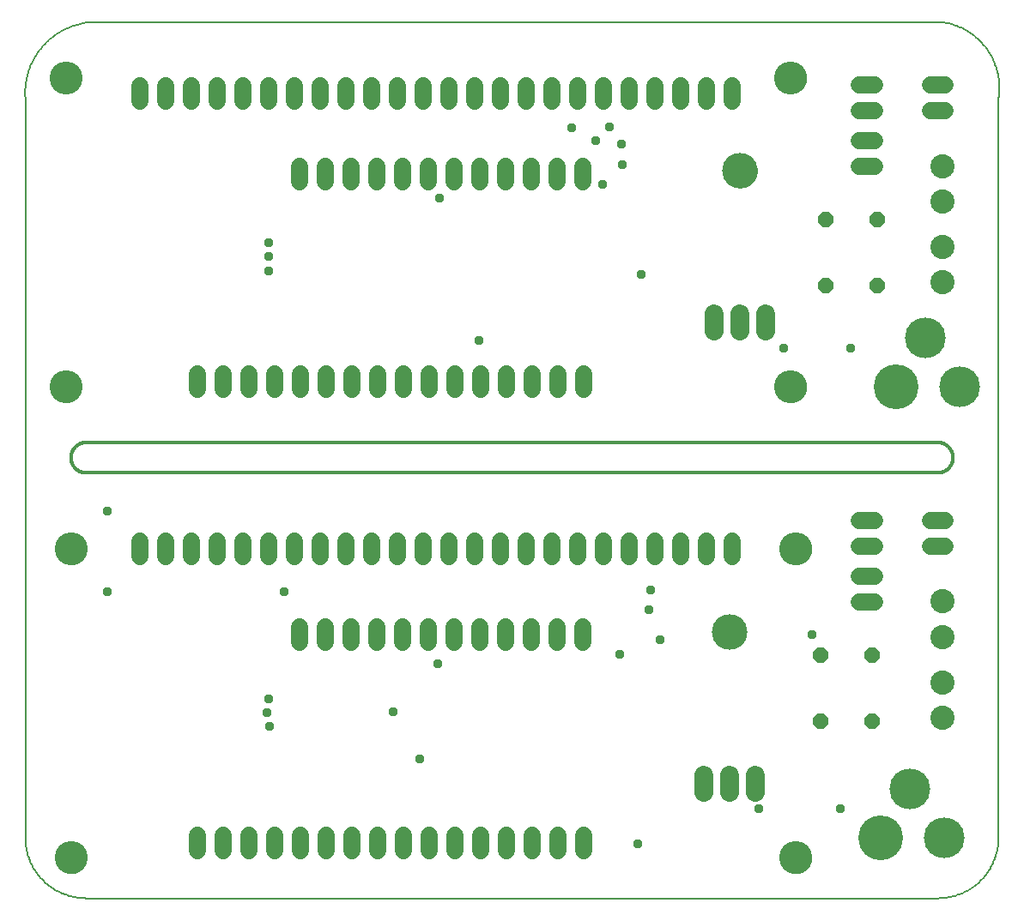
<source format=gbs>
G75*
%MOIN*%
%OFA0B0*%
%FSLAX25Y25*%
%IPPOS*%
%LPD*%
%AMOC8*
5,1,8,0,0,1.08239X$1,22.5*
%
%ADD10C,0.00600*%
%ADD11C,0.01200*%
%ADD12C,0.00000*%
%ADD13C,0.12808*%
%ADD14C,0.06800*%
%ADD15C,0.07400*%
%ADD16C,0.13800*%
%ADD17OC8,0.06000*%
%ADD18C,0.17398*%
%ADD19C,0.15824*%
%ADD20C,0.06737*%
%ADD21C,0.09400*%
%ADD22C,0.03778*%
D10*
X0025622Y0002000D02*
X0356331Y0002000D01*
X0356902Y0002007D01*
X0357472Y0002028D01*
X0358042Y0002062D01*
X0358611Y0002110D01*
X0359178Y0002172D01*
X0359744Y0002248D01*
X0360308Y0002337D01*
X0360869Y0002440D01*
X0361428Y0002557D01*
X0361984Y0002686D01*
X0362537Y0002830D01*
X0363086Y0002986D01*
X0363631Y0003156D01*
X0364171Y0003339D01*
X0364707Y0003535D01*
X0365239Y0003744D01*
X0365765Y0003966D01*
X0366285Y0004200D01*
X0366800Y0004447D01*
X0367309Y0004706D01*
X0367811Y0004977D01*
X0368306Y0005261D01*
X0368795Y0005556D01*
X0369276Y0005863D01*
X0369750Y0006181D01*
X0370216Y0006511D01*
X0370673Y0006852D01*
X0371123Y0007205D01*
X0371563Y0007567D01*
X0371995Y0007941D01*
X0372418Y0008324D01*
X0372831Y0008718D01*
X0373235Y0009122D01*
X0373629Y0009535D01*
X0374012Y0009958D01*
X0374386Y0010390D01*
X0374748Y0010830D01*
X0375101Y0011280D01*
X0375442Y0011737D01*
X0375772Y0012203D01*
X0376090Y0012677D01*
X0376397Y0013158D01*
X0376692Y0013647D01*
X0376976Y0014142D01*
X0377247Y0014644D01*
X0377506Y0015153D01*
X0377753Y0015668D01*
X0377987Y0016188D01*
X0378209Y0016714D01*
X0378418Y0017246D01*
X0378614Y0017782D01*
X0378797Y0018322D01*
X0378967Y0018867D01*
X0379123Y0019416D01*
X0379267Y0019969D01*
X0379396Y0020525D01*
X0379513Y0021084D01*
X0379616Y0021645D01*
X0379705Y0022209D01*
X0379781Y0022775D01*
X0379843Y0023342D01*
X0379891Y0023911D01*
X0379925Y0024481D01*
X0379946Y0025051D01*
X0379953Y0025622D01*
X0379953Y0313024D01*
X0380041Y0313643D01*
X0380113Y0314265D01*
X0380171Y0314888D01*
X0380213Y0315512D01*
X0380241Y0316137D01*
X0380253Y0316763D01*
X0380250Y0317389D01*
X0380233Y0318014D01*
X0380200Y0318639D01*
X0380151Y0319263D01*
X0380088Y0319885D01*
X0380010Y0320506D01*
X0379917Y0321125D01*
X0379809Y0321741D01*
X0379686Y0322354D01*
X0379548Y0322965D01*
X0379396Y0323572D01*
X0379229Y0324175D01*
X0379047Y0324773D01*
X0378851Y0325368D01*
X0378641Y0325957D01*
X0378417Y0326541D01*
X0378178Y0327119D01*
X0377926Y0327692D01*
X0377659Y0328258D01*
X0377380Y0328818D01*
X0377086Y0329371D01*
X0376780Y0329916D01*
X0376460Y0330454D01*
X0376128Y0330984D01*
X0375783Y0331506D01*
X0375425Y0332019D01*
X0375055Y0332524D01*
X0374673Y0333019D01*
X0374279Y0333505D01*
X0373873Y0333982D01*
X0373456Y0334448D01*
X0373028Y0334905D01*
X0372589Y0335350D01*
X0372139Y0335785D01*
X0371679Y0336209D01*
X0371209Y0336622D01*
X0370729Y0337024D01*
X0370240Y0337413D01*
X0369741Y0337791D01*
X0369233Y0338157D01*
X0368716Y0338510D01*
X0368192Y0338850D01*
X0367659Y0339178D01*
X0367118Y0339493D01*
X0366570Y0339794D01*
X0366014Y0340083D01*
X0365452Y0340358D01*
X0364884Y0340619D01*
X0364309Y0340866D01*
X0363728Y0341099D01*
X0363142Y0341319D01*
X0362551Y0341524D01*
X0361955Y0341715D01*
X0361355Y0341891D01*
X0360751Y0342052D01*
X0360142Y0342200D01*
X0359531Y0342332D01*
X0358916Y0342449D01*
X0358299Y0342552D01*
X0358299Y0342551D02*
X0027591Y0342551D01*
X0026925Y0342495D01*
X0026261Y0342423D01*
X0025599Y0342336D01*
X0024940Y0342232D01*
X0024283Y0342113D01*
X0023629Y0341977D01*
X0022979Y0341826D01*
X0022332Y0341659D01*
X0021690Y0341477D01*
X0021052Y0341279D01*
X0020420Y0341066D01*
X0019792Y0340837D01*
X0019171Y0340594D01*
X0018555Y0340335D01*
X0017946Y0340062D01*
X0017344Y0339774D01*
X0016748Y0339472D01*
X0016161Y0339155D01*
X0015581Y0338824D01*
X0015009Y0338479D01*
X0014445Y0338121D01*
X0013891Y0337749D01*
X0013346Y0337364D01*
X0012810Y0336965D01*
X0012284Y0336554D01*
X0011768Y0336130D01*
X0011262Y0335694D01*
X0010767Y0335246D01*
X0010283Y0334786D01*
X0009811Y0334315D01*
X0009350Y0333832D01*
X0008900Y0333338D01*
X0008463Y0332833D01*
X0008038Y0332319D01*
X0007626Y0331793D01*
X0007226Y0331259D01*
X0006839Y0330714D01*
X0006466Y0330161D01*
X0006106Y0329598D01*
X0005760Y0329027D01*
X0005428Y0328448D01*
X0005110Y0327861D01*
X0004806Y0327266D01*
X0004517Y0326665D01*
X0004242Y0326056D01*
X0003982Y0325441D01*
X0003737Y0324820D01*
X0003507Y0324193D01*
X0003292Y0323561D01*
X0003093Y0322924D01*
X0002909Y0322282D01*
X0002741Y0321636D01*
X0002588Y0320986D01*
X0002451Y0320333D01*
X0002330Y0319676D01*
X0002225Y0319017D01*
X0002135Y0318355D01*
X0002062Y0317691D01*
X0002005Y0317026D01*
X0001964Y0316360D01*
X0001939Y0315693D01*
X0001930Y0315025D01*
X0001937Y0314357D01*
X0001961Y0313690D01*
X0002000Y0313024D01*
X0002000Y0025622D01*
X0002007Y0025051D01*
X0002028Y0024481D01*
X0002062Y0023911D01*
X0002110Y0023342D01*
X0002172Y0022775D01*
X0002248Y0022209D01*
X0002337Y0021645D01*
X0002440Y0021084D01*
X0002557Y0020525D01*
X0002686Y0019969D01*
X0002830Y0019416D01*
X0002986Y0018867D01*
X0003156Y0018322D01*
X0003339Y0017782D01*
X0003535Y0017246D01*
X0003744Y0016714D01*
X0003966Y0016188D01*
X0004200Y0015668D01*
X0004447Y0015153D01*
X0004706Y0014644D01*
X0004977Y0014142D01*
X0005261Y0013647D01*
X0005556Y0013158D01*
X0005863Y0012677D01*
X0006181Y0012203D01*
X0006511Y0011737D01*
X0006852Y0011280D01*
X0007205Y0010830D01*
X0007567Y0010390D01*
X0007941Y0009958D01*
X0008324Y0009535D01*
X0008718Y0009122D01*
X0009122Y0008718D01*
X0009535Y0008324D01*
X0009958Y0007941D01*
X0010390Y0007567D01*
X0010830Y0007205D01*
X0011280Y0006852D01*
X0011737Y0006511D01*
X0012203Y0006181D01*
X0012677Y0005863D01*
X0013158Y0005556D01*
X0013647Y0005261D01*
X0014142Y0004977D01*
X0014644Y0004706D01*
X0015153Y0004447D01*
X0015668Y0004200D01*
X0016188Y0003966D01*
X0016714Y0003744D01*
X0017246Y0003535D01*
X0017782Y0003339D01*
X0018322Y0003156D01*
X0018867Y0002986D01*
X0019416Y0002830D01*
X0019969Y0002686D01*
X0020525Y0002557D01*
X0021084Y0002440D01*
X0021645Y0002337D01*
X0022209Y0002248D01*
X0022775Y0002172D01*
X0023342Y0002110D01*
X0023911Y0002062D01*
X0024481Y0002028D01*
X0025051Y0002007D01*
X0025622Y0002000D01*
D11*
X0025622Y0167354D02*
X0356331Y0167354D01*
X0362237Y0173260D02*
X0362235Y0173412D01*
X0362229Y0173564D01*
X0362219Y0173716D01*
X0362206Y0173867D01*
X0362188Y0174018D01*
X0362167Y0174169D01*
X0362141Y0174319D01*
X0362112Y0174468D01*
X0362079Y0174617D01*
X0362042Y0174764D01*
X0362002Y0174911D01*
X0361957Y0175056D01*
X0361909Y0175200D01*
X0361857Y0175343D01*
X0361802Y0175485D01*
X0361743Y0175625D01*
X0361680Y0175764D01*
X0361614Y0175901D01*
X0361544Y0176036D01*
X0361471Y0176169D01*
X0361394Y0176300D01*
X0361314Y0176430D01*
X0361231Y0176557D01*
X0361145Y0176682D01*
X0361055Y0176805D01*
X0360962Y0176925D01*
X0360866Y0177043D01*
X0360767Y0177159D01*
X0360665Y0177272D01*
X0360561Y0177382D01*
X0360453Y0177490D01*
X0360343Y0177594D01*
X0360230Y0177696D01*
X0360114Y0177795D01*
X0359996Y0177891D01*
X0359876Y0177984D01*
X0359753Y0178074D01*
X0359628Y0178160D01*
X0359501Y0178243D01*
X0359371Y0178323D01*
X0359240Y0178400D01*
X0359107Y0178473D01*
X0358972Y0178543D01*
X0358835Y0178609D01*
X0358696Y0178672D01*
X0358556Y0178731D01*
X0358414Y0178786D01*
X0358271Y0178838D01*
X0358127Y0178886D01*
X0357982Y0178931D01*
X0357835Y0178971D01*
X0357688Y0179008D01*
X0357539Y0179041D01*
X0357390Y0179070D01*
X0357240Y0179096D01*
X0357089Y0179117D01*
X0356938Y0179135D01*
X0356787Y0179148D01*
X0356635Y0179158D01*
X0356483Y0179164D01*
X0356331Y0179166D01*
X0356331Y0179165D02*
X0025622Y0179165D01*
X0025622Y0179166D02*
X0025470Y0179164D01*
X0025318Y0179158D01*
X0025166Y0179148D01*
X0025015Y0179135D01*
X0024864Y0179117D01*
X0024713Y0179096D01*
X0024563Y0179070D01*
X0024414Y0179041D01*
X0024265Y0179008D01*
X0024118Y0178971D01*
X0023971Y0178931D01*
X0023826Y0178886D01*
X0023682Y0178838D01*
X0023539Y0178786D01*
X0023397Y0178731D01*
X0023257Y0178672D01*
X0023118Y0178609D01*
X0022981Y0178543D01*
X0022846Y0178473D01*
X0022713Y0178400D01*
X0022582Y0178323D01*
X0022452Y0178243D01*
X0022325Y0178160D01*
X0022200Y0178074D01*
X0022077Y0177984D01*
X0021957Y0177891D01*
X0021839Y0177795D01*
X0021723Y0177696D01*
X0021610Y0177594D01*
X0021500Y0177490D01*
X0021392Y0177382D01*
X0021288Y0177272D01*
X0021186Y0177159D01*
X0021087Y0177043D01*
X0020991Y0176925D01*
X0020898Y0176805D01*
X0020808Y0176682D01*
X0020722Y0176557D01*
X0020639Y0176430D01*
X0020559Y0176300D01*
X0020482Y0176169D01*
X0020409Y0176036D01*
X0020339Y0175901D01*
X0020273Y0175764D01*
X0020210Y0175625D01*
X0020151Y0175485D01*
X0020096Y0175343D01*
X0020044Y0175200D01*
X0019996Y0175056D01*
X0019951Y0174911D01*
X0019911Y0174764D01*
X0019874Y0174617D01*
X0019841Y0174468D01*
X0019812Y0174319D01*
X0019786Y0174169D01*
X0019765Y0174018D01*
X0019747Y0173867D01*
X0019734Y0173716D01*
X0019724Y0173564D01*
X0019718Y0173412D01*
X0019716Y0173260D01*
X0019718Y0173108D01*
X0019724Y0172956D01*
X0019734Y0172804D01*
X0019747Y0172653D01*
X0019765Y0172502D01*
X0019786Y0172351D01*
X0019812Y0172201D01*
X0019841Y0172052D01*
X0019874Y0171903D01*
X0019911Y0171756D01*
X0019951Y0171609D01*
X0019996Y0171464D01*
X0020044Y0171320D01*
X0020096Y0171177D01*
X0020151Y0171035D01*
X0020210Y0170895D01*
X0020273Y0170756D01*
X0020339Y0170619D01*
X0020409Y0170484D01*
X0020482Y0170351D01*
X0020559Y0170220D01*
X0020639Y0170090D01*
X0020722Y0169963D01*
X0020808Y0169838D01*
X0020898Y0169715D01*
X0020991Y0169595D01*
X0021087Y0169477D01*
X0021186Y0169361D01*
X0021288Y0169248D01*
X0021392Y0169138D01*
X0021500Y0169030D01*
X0021610Y0168926D01*
X0021723Y0168824D01*
X0021839Y0168725D01*
X0021957Y0168629D01*
X0022077Y0168536D01*
X0022200Y0168446D01*
X0022325Y0168360D01*
X0022452Y0168277D01*
X0022582Y0168197D01*
X0022713Y0168120D01*
X0022846Y0168047D01*
X0022981Y0167977D01*
X0023118Y0167911D01*
X0023257Y0167848D01*
X0023397Y0167789D01*
X0023539Y0167734D01*
X0023682Y0167682D01*
X0023826Y0167634D01*
X0023971Y0167589D01*
X0024118Y0167549D01*
X0024265Y0167512D01*
X0024414Y0167479D01*
X0024563Y0167450D01*
X0024713Y0167424D01*
X0024864Y0167403D01*
X0025015Y0167385D01*
X0025166Y0167372D01*
X0025318Y0167362D01*
X0025470Y0167356D01*
X0025622Y0167354D01*
X0356331Y0167354D02*
X0356483Y0167356D01*
X0356635Y0167362D01*
X0356787Y0167372D01*
X0356938Y0167385D01*
X0357089Y0167403D01*
X0357240Y0167424D01*
X0357390Y0167450D01*
X0357539Y0167479D01*
X0357688Y0167512D01*
X0357835Y0167549D01*
X0357982Y0167589D01*
X0358127Y0167634D01*
X0358271Y0167682D01*
X0358414Y0167734D01*
X0358556Y0167789D01*
X0358696Y0167848D01*
X0358835Y0167911D01*
X0358972Y0167977D01*
X0359107Y0168047D01*
X0359240Y0168120D01*
X0359371Y0168197D01*
X0359501Y0168277D01*
X0359628Y0168360D01*
X0359753Y0168446D01*
X0359876Y0168536D01*
X0359996Y0168629D01*
X0360114Y0168725D01*
X0360230Y0168824D01*
X0360343Y0168926D01*
X0360453Y0169030D01*
X0360561Y0169138D01*
X0360665Y0169248D01*
X0360767Y0169361D01*
X0360866Y0169477D01*
X0360962Y0169595D01*
X0361055Y0169715D01*
X0361145Y0169838D01*
X0361231Y0169963D01*
X0361314Y0170090D01*
X0361394Y0170220D01*
X0361471Y0170351D01*
X0361544Y0170484D01*
X0361614Y0170619D01*
X0361680Y0170756D01*
X0361743Y0170895D01*
X0361802Y0171035D01*
X0361857Y0171177D01*
X0361909Y0171320D01*
X0361957Y0171464D01*
X0362002Y0171609D01*
X0362042Y0171756D01*
X0362079Y0171903D01*
X0362112Y0172052D01*
X0362141Y0172201D01*
X0362167Y0172351D01*
X0362188Y0172502D01*
X0362206Y0172653D01*
X0362219Y0172804D01*
X0362229Y0172956D01*
X0362235Y0173108D01*
X0362237Y0173260D01*
D12*
X0293240Y0200819D02*
X0293242Y0200974D01*
X0293248Y0201128D01*
X0293258Y0201282D01*
X0293272Y0201436D01*
X0293290Y0201590D01*
X0293312Y0201743D01*
X0293337Y0201895D01*
X0293367Y0202047D01*
X0293401Y0202198D01*
X0293438Y0202348D01*
X0293479Y0202497D01*
X0293524Y0202645D01*
X0293573Y0202792D01*
X0293626Y0202937D01*
X0293682Y0203081D01*
X0293742Y0203223D01*
X0293806Y0203364D01*
X0293873Y0203503D01*
X0293944Y0203641D01*
X0294019Y0203776D01*
X0294097Y0203910D01*
X0294178Y0204041D01*
X0294263Y0204171D01*
X0294351Y0204298D01*
X0294442Y0204423D01*
X0294536Y0204545D01*
X0294634Y0204665D01*
X0294734Y0204783D01*
X0294838Y0204897D01*
X0294944Y0205009D01*
X0295054Y0205119D01*
X0295166Y0205225D01*
X0295280Y0205329D01*
X0295398Y0205429D01*
X0295518Y0205527D01*
X0295640Y0205621D01*
X0295765Y0205712D01*
X0295892Y0205800D01*
X0296022Y0205885D01*
X0296153Y0205966D01*
X0296287Y0206044D01*
X0296422Y0206119D01*
X0296560Y0206190D01*
X0296699Y0206257D01*
X0296840Y0206321D01*
X0296982Y0206381D01*
X0297126Y0206437D01*
X0297271Y0206490D01*
X0297418Y0206539D01*
X0297566Y0206584D01*
X0297715Y0206625D01*
X0297865Y0206662D01*
X0298016Y0206696D01*
X0298168Y0206726D01*
X0298320Y0206751D01*
X0298473Y0206773D01*
X0298627Y0206791D01*
X0298781Y0206805D01*
X0298935Y0206815D01*
X0299089Y0206821D01*
X0299244Y0206823D01*
X0299399Y0206821D01*
X0299553Y0206815D01*
X0299707Y0206805D01*
X0299861Y0206791D01*
X0300015Y0206773D01*
X0300168Y0206751D01*
X0300320Y0206726D01*
X0300472Y0206696D01*
X0300623Y0206662D01*
X0300773Y0206625D01*
X0300922Y0206584D01*
X0301070Y0206539D01*
X0301217Y0206490D01*
X0301362Y0206437D01*
X0301506Y0206381D01*
X0301648Y0206321D01*
X0301789Y0206257D01*
X0301928Y0206190D01*
X0302066Y0206119D01*
X0302201Y0206044D01*
X0302335Y0205966D01*
X0302466Y0205885D01*
X0302596Y0205800D01*
X0302723Y0205712D01*
X0302848Y0205621D01*
X0302970Y0205527D01*
X0303090Y0205429D01*
X0303208Y0205329D01*
X0303322Y0205225D01*
X0303434Y0205119D01*
X0303544Y0205009D01*
X0303650Y0204897D01*
X0303754Y0204783D01*
X0303854Y0204665D01*
X0303952Y0204545D01*
X0304046Y0204423D01*
X0304137Y0204298D01*
X0304225Y0204171D01*
X0304310Y0204041D01*
X0304391Y0203910D01*
X0304469Y0203776D01*
X0304544Y0203641D01*
X0304615Y0203503D01*
X0304682Y0203364D01*
X0304746Y0203223D01*
X0304806Y0203081D01*
X0304862Y0202937D01*
X0304915Y0202792D01*
X0304964Y0202645D01*
X0305009Y0202497D01*
X0305050Y0202348D01*
X0305087Y0202198D01*
X0305121Y0202047D01*
X0305151Y0201895D01*
X0305176Y0201743D01*
X0305198Y0201590D01*
X0305216Y0201436D01*
X0305230Y0201282D01*
X0305240Y0201128D01*
X0305246Y0200974D01*
X0305248Y0200819D01*
X0305246Y0200664D01*
X0305240Y0200510D01*
X0305230Y0200356D01*
X0305216Y0200202D01*
X0305198Y0200048D01*
X0305176Y0199895D01*
X0305151Y0199743D01*
X0305121Y0199591D01*
X0305087Y0199440D01*
X0305050Y0199290D01*
X0305009Y0199141D01*
X0304964Y0198993D01*
X0304915Y0198846D01*
X0304862Y0198701D01*
X0304806Y0198557D01*
X0304746Y0198415D01*
X0304682Y0198274D01*
X0304615Y0198135D01*
X0304544Y0197997D01*
X0304469Y0197862D01*
X0304391Y0197728D01*
X0304310Y0197597D01*
X0304225Y0197467D01*
X0304137Y0197340D01*
X0304046Y0197215D01*
X0303952Y0197093D01*
X0303854Y0196973D01*
X0303754Y0196855D01*
X0303650Y0196741D01*
X0303544Y0196629D01*
X0303434Y0196519D01*
X0303322Y0196413D01*
X0303208Y0196309D01*
X0303090Y0196209D01*
X0302970Y0196111D01*
X0302848Y0196017D01*
X0302723Y0195926D01*
X0302596Y0195838D01*
X0302466Y0195753D01*
X0302335Y0195672D01*
X0302201Y0195594D01*
X0302066Y0195519D01*
X0301928Y0195448D01*
X0301789Y0195381D01*
X0301648Y0195317D01*
X0301506Y0195257D01*
X0301362Y0195201D01*
X0301217Y0195148D01*
X0301070Y0195099D01*
X0300922Y0195054D01*
X0300773Y0195013D01*
X0300623Y0194976D01*
X0300472Y0194942D01*
X0300320Y0194912D01*
X0300168Y0194887D01*
X0300015Y0194865D01*
X0299861Y0194847D01*
X0299707Y0194833D01*
X0299553Y0194823D01*
X0299399Y0194817D01*
X0299244Y0194815D01*
X0299089Y0194817D01*
X0298935Y0194823D01*
X0298781Y0194833D01*
X0298627Y0194847D01*
X0298473Y0194865D01*
X0298320Y0194887D01*
X0298168Y0194912D01*
X0298016Y0194942D01*
X0297865Y0194976D01*
X0297715Y0195013D01*
X0297566Y0195054D01*
X0297418Y0195099D01*
X0297271Y0195148D01*
X0297126Y0195201D01*
X0296982Y0195257D01*
X0296840Y0195317D01*
X0296699Y0195381D01*
X0296560Y0195448D01*
X0296422Y0195519D01*
X0296287Y0195594D01*
X0296153Y0195672D01*
X0296022Y0195753D01*
X0295892Y0195838D01*
X0295765Y0195926D01*
X0295640Y0196017D01*
X0295518Y0196111D01*
X0295398Y0196209D01*
X0295280Y0196309D01*
X0295166Y0196413D01*
X0295054Y0196519D01*
X0294944Y0196629D01*
X0294838Y0196741D01*
X0294734Y0196855D01*
X0294634Y0196973D01*
X0294536Y0197093D01*
X0294442Y0197215D01*
X0294351Y0197340D01*
X0294263Y0197467D01*
X0294178Y0197597D01*
X0294097Y0197728D01*
X0294019Y0197862D01*
X0293944Y0197997D01*
X0293873Y0198135D01*
X0293806Y0198274D01*
X0293742Y0198415D01*
X0293682Y0198557D01*
X0293626Y0198701D01*
X0293573Y0198846D01*
X0293524Y0198993D01*
X0293479Y0199141D01*
X0293438Y0199290D01*
X0293401Y0199440D01*
X0293367Y0199591D01*
X0293337Y0199743D01*
X0293312Y0199895D01*
X0293290Y0200048D01*
X0293272Y0200202D01*
X0293258Y0200356D01*
X0293248Y0200510D01*
X0293242Y0200664D01*
X0293240Y0200819D01*
X0295209Y0137827D02*
X0295211Y0137982D01*
X0295217Y0138136D01*
X0295227Y0138290D01*
X0295241Y0138444D01*
X0295259Y0138598D01*
X0295281Y0138751D01*
X0295306Y0138903D01*
X0295336Y0139055D01*
X0295370Y0139206D01*
X0295407Y0139356D01*
X0295448Y0139505D01*
X0295493Y0139653D01*
X0295542Y0139800D01*
X0295595Y0139945D01*
X0295651Y0140089D01*
X0295711Y0140231D01*
X0295775Y0140372D01*
X0295842Y0140511D01*
X0295913Y0140649D01*
X0295988Y0140784D01*
X0296066Y0140918D01*
X0296147Y0141049D01*
X0296232Y0141179D01*
X0296320Y0141306D01*
X0296411Y0141431D01*
X0296505Y0141553D01*
X0296603Y0141673D01*
X0296703Y0141791D01*
X0296807Y0141905D01*
X0296913Y0142017D01*
X0297023Y0142127D01*
X0297135Y0142233D01*
X0297249Y0142337D01*
X0297367Y0142437D01*
X0297487Y0142535D01*
X0297609Y0142629D01*
X0297734Y0142720D01*
X0297861Y0142808D01*
X0297991Y0142893D01*
X0298122Y0142974D01*
X0298256Y0143052D01*
X0298391Y0143127D01*
X0298529Y0143198D01*
X0298668Y0143265D01*
X0298809Y0143329D01*
X0298951Y0143389D01*
X0299095Y0143445D01*
X0299240Y0143498D01*
X0299387Y0143547D01*
X0299535Y0143592D01*
X0299684Y0143633D01*
X0299834Y0143670D01*
X0299985Y0143704D01*
X0300137Y0143734D01*
X0300289Y0143759D01*
X0300442Y0143781D01*
X0300596Y0143799D01*
X0300750Y0143813D01*
X0300904Y0143823D01*
X0301058Y0143829D01*
X0301213Y0143831D01*
X0301368Y0143829D01*
X0301522Y0143823D01*
X0301676Y0143813D01*
X0301830Y0143799D01*
X0301984Y0143781D01*
X0302137Y0143759D01*
X0302289Y0143734D01*
X0302441Y0143704D01*
X0302592Y0143670D01*
X0302742Y0143633D01*
X0302891Y0143592D01*
X0303039Y0143547D01*
X0303186Y0143498D01*
X0303331Y0143445D01*
X0303475Y0143389D01*
X0303617Y0143329D01*
X0303758Y0143265D01*
X0303897Y0143198D01*
X0304035Y0143127D01*
X0304170Y0143052D01*
X0304304Y0142974D01*
X0304435Y0142893D01*
X0304565Y0142808D01*
X0304692Y0142720D01*
X0304817Y0142629D01*
X0304939Y0142535D01*
X0305059Y0142437D01*
X0305177Y0142337D01*
X0305291Y0142233D01*
X0305403Y0142127D01*
X0305513Y0142017D01*
X0305619Y0141905D01*
X0305723Y0141791D01*
X0305823Y0141673D01*
X0305921Y0141553D01*
X0306015Y0141431D01*
X0306106Y0141306D01*
X0306194Y0141179D01*
X0306279Y0141049D01*
X0306360Y0140918D01*
X0306438Y0140784D01*
X0306513Y0140649D01*
X0306584Y0140511D01*
X0306651Y0140372D01*
X0306715Y0140231D01*
X0306775Y0140089D01*
X0306831Y0139945D01*
X0306884Y0139800D01*
X0306933Y0139653D01*
X0306978Y0139505D01*
X0307019Y0139356D01*
X0307056Y0139206D01*
X0307090Y0139055D01*
X0307120Y0138903D01*
X0307145Y0138751D01*
X0307167Y0138598D01*
X0307185Y0138444D01*
X0307199Y0138290D01*
X0307209Y0138136D01*
X0307215Y0137982D01*
X0307217Y0137827D01*
X0307215Y0137672D01*
X0307209Y0137518D01*
X0307199Y0137364D01*
X0307185Y0137210D01*
X0307167Y0137056D01*
X0307145Y0136903D01*
X0307120Y0136751D01*
X0307090Y0136599D01*
X0307056Y0136448D01*
X0307019Y0136298D01*
X0306978Y0136149D01*
X0306933Y0136001D01*
X0306884Y0135854D01*
X0306831Y0135709D01*
X0306775Y0135565D01*
X0306715Y0135423D01*
X0306651Y0135282D01*
X0306584Y0135143D01*
X0306513Y0135005D01*
X0306438Y0134870D01*
X0306360Y0134736D01*
X0306279Y0134605D01*
X0306194Y0134475D01*
X0306106Y0134348D01*
X0306015Y0134223D01*
X0305921Y0134101D01*
X0305823Y0133981D01*
X0305723Y0133863D01*
X0305619Y0133749D01*
X0305513Y0133637D01*
X0305403Y0133527D01*
X0305291Y0133421D01*
X0305177Y0133317D01*
X0305059Y0133217D01*
X0304939Y0133119D01*
X0304817Y0133025D01*
X0304692Y0132934D01*
X0304565Y0132846D01*
X0304435Y0132761D01*
X0304304Y0132680D01*
X0304170Y0132602D01*
X0304035Y0132527D01*
X0303897Y0132456D01*
X0303758Y0132389D01*
X0303617Y0132325D01*
X0303475Y0132265D01*
X0303331Y0132209D01*
X0303186Y0132156D01*
X0303039Y0132107D01*
X0302891Y0132062D01*
X0302742Y0132021D01*
X0302592Y0131984D01*
X0302441Y0131950D01*
X0302289Y0131920D01*
X0302137Y0131895D01*
X0301984Y0131873D01*
X0301830Y0131855D01*
X0301676Y0131841D01*
X0301522Y0131831D01*
X0301368Y0131825D01*
X0301213Y0131823D01*
X0301058Y0131825D01*
X0300904Y0131831D01*
X0300750Y0131841D01*
X0300596Y0131855D01*
X0300442Y0131873D01*
X0300289Y0131895D01*
X0300137Y0131920D01*
X0299985Y0131950D01*
X0299834Y0131984D01*
X0299684Y0132021D01*
X0299535Y0132062D01*
X0299387Y0132107D01*
X0299240Y0132156D01*
X0299095Y0132209D01*
X0298951Y0132265D01*
X0298809Y0132325D01*
X0298668Y0132389D01*
X0298529Y0132456D01*
X0298391Y0132527D01*
X0298256Y0132602D01*
X0298122Y0132680D01*
X0297991Y0132761D01*
X0297861Y0132846D01*
X0297734Y0132934D01*
X0297609Y0133025D01*
X0297487Y0133119D01*
X0297367Y0133217D01*
X0297249Y0133317D01*
X0297135Y0133421D01*
X0297023Y0133527D01*
X0296913Y0133637D01*
X0296807Y0133749D01*
X0296703Y0133863D01*
X0296603Y0133981D01*
X0296505Y0134101D01*
X0296411Y0134223D01*
X0296320Y0134348D01*
X0296232Y0134475D01*
X0296147Y0134605D01*
X0296066Y0134736D01*
X0295988Y0134870D01*
X0295913Y0135005D01*
X0295842Y0135143D01*
X0295775Y0135282D01*
X0295711Y0135423D01*
X0295651Y0135565D01*
X0295595Y0135709D01*
X0295542Y0135854D01*
X0295493Y0136001D01*
X0295448Y0136149D01*
X0295407Y0136298D01*
X0295370Y0136448D01*
X0295336Y0136599D01*
X0295306Y0136751D01*
X0295281Y0136903D01*
X0295259Y0137056D01*
X0295241Y0137210D01*
X0295227Y0137364D01*
X0295217Y0137518D01*
X0295211Y0137672D01*
X0295209Y0137827D01*
X0268965Y0105528D02*
X0268967Y0105689D01*
X0268973Y0105849D01*
X0268983Y0106010D01*
X0268997Y0106170D01*
X0269015Y0106330D01*
X0269036Y0106489D01*
X0269062Y0106648D01*
X0269092Y0106806D01*
X0269125Y0106963D01*
X0269163Y0107120D01*
X0269204Y0107275D01*
X0269249Y0107429D01*
X0269298Y0107582D01*
X0269351Y0107734D01*
X0269407Y0107885D01*
X0269468Y0108034D01*
X0269531Y0108182D01*
X0269599Y0108328D01*
X0269670Y0108472D01*
X0269744Y0108614D01*
X0269822Y0108755D01*
X0269904Y0108893D01*
X0269989Y0109030D01*
X0270077Y0109164D01*
X0270169Y0109296D01*
X0270264Y0109426D01*
X0270362Y0109554D01*
X0270463Y0109679D01*
X0270567Y0109801D01*
X0270674Y0109921D01*
X0270784Y0110038D01*
X0270897Y0110153D01*
X0271013Y0110264D01*
X0271132Y0110373D01*
X0271253Y0110478D01*
X0271377Y0110581D01*
X0271503Y0110681D01*
X0271631Y0110777D01*
X0271762Y0110870D01*
X0271896Y0110960D01*
X0272031Y0111047D01*
X0272169Y0111130D01*
X0272308Y0111210D01*
X0272450Y0111286D01*
X0272593Y0111359D01*
X0272738Y0111428D01*
X0272885Y0111494D01*
X0273033Y0111556D01*
X0273183Y0111614D01*
X0273334Y0111669D01*
X0273487Y0111720D01*
X0273641Y0111767D01*
X0273796Y0111810D01*
X0273952Y0111849D01*
X0274108Y0111885D01*
X0274266Y0111916D01*
X0274424Y0111944D01*
X0274583Y0111968D01*
X0274743Y0111988D01*
X0274903Y0112004D01*
X0275063Y0112016D01*
X0275224Y0112024D01*
X0275385Y0112028D01*
X0275545Y0112028D01*
X0275706Y0112024D01*
X0275867Y0112016D01*
X0276027Y0112004D01*
X0276187Y0111988D01*
X0276347Y0111968D01*
X0276506Y0111944D01*
X0276664Y0111916D01*
X0276822Y0111885D01*
X0276978Y0111849D01*
X0277134Y0111810D01*
X0277289Y0111767D01*
X0277443Y0111720D01*
X0277596Y0111669D01*
X0277747Y0111614D01*
X0277897Y0111556D01*
X0278045Y0111494D01*
X0278192Y0111428D01*
X0278337Y0111359D01*
X0278480Y0111286D01*
X0278622Y0111210D01*
X0278761Y0111130D01*
X0278899Y0111047D01*
X0279034Y0110960D01*
X0279168Y0110870D01*
X0279299Y0110777D01*
X0279427Y0110681D01*
X0279553Y0110581D01*
X0279677Y0110478D01*
X0279798Y0110373D01*
X0279917Y0110264D01*
X0280033Y0110153D01*
X0280146Y0110038D01*
X0280256Y0109921D01*
X0280363Y0109801D01*
X0280467Y0109679D01*
X0280568Y0109554D01*
X0280666Y0109426D01*
X0280761Y0109296D01*
X0280853Y0109164D01*
X0280941Y0109030D01*
X0281026Y0108893D01*
X0281108Y0108755D01*
X0281186Y0108614D01*
X0281260Y0108472D01*
X0281331Y0108328D01*
X0281399Y0108182D01*
X0281462Y0108034D01*
X0281523Y0107885D01*
X0281579Y0107734D01*
X0281632Y0107582D01*
X0281681Y0107429D01*
X0281726Y0107275D01*
X0281767Y0107120D01*
X0281805Y0106963D01*
X0281838Y0106806D01*
X0281868Y0106648D01*
X0281894Y0106489D01*
X0281915Y0106330D01*
X0281933Y0106170D01*
X0281947Y0106010D01*
X0281957Y0105849D01*
X0281963Y0105689D01*
X0281965Y0105528D01*
X0281963Y0105367D01*
X0281957Y0105207D01*
X0281947Y0105046D01*
X0281933Y0104886D01*
X0281915Y0104726D01*
X0281894Y0104567D01*
X0281868Y0104408D01*
X0281838Y0104250D01*
X0281805Y0104093D01*
X0281767Y0103936D01*
X0281726Y0103781D01*
X0281681Y0103627D01*
X0281632Y0103474D01*
X0281579Y0103322D01*
X0281523Y0103171D01*
X0281462Y0103022D01*
X0281399Y0102874D01*
X0281331Y0102728D01*
X0281260Y0102584D01*
X0281186Y0102442D01*
X0281108Y0102301D01*
X0281026Y0102163D01*
X0280941Y0102026D01*
X0280853Y0101892D01*
X0280761Y0101760D01*
X0280666Y0101630D01*
X0280568Y0101502D01*
X0280467Y0101377D01*
X0280363Y0101255D01*
X0280256Y0101135D01*
X0280146Y0101018D01*
X0280033Y0100903D01*
X0279917Y0100792D01*
X0279798Y0100683D01*
X0279677Y0100578D01*
X0279553Y0100475D01*
X0279427Y0100375D01*
X0279299Y0100279D01*
X0279168Y0100186D01*
X0279034Y0100096D01*
X0278899Y0100009D01*
X0278761Y0099926D01*
X0278622Y0099846D01*
X0278480Y0099770D01*
X0278337Y0099697D01*
X0278192Y0099628D01*
X0278045Y0099562D01*
X0277897Y0099500D01*
X0277747Y0099442D01*
X0277596Y0099387D01*
X0277443Y0099336D01*
X0277289Y0099289D01*
X0277134Y0099246D01*
X0276978Y0099207D01*
X0276822Y0099171D01*
X0276664Y0099140D01*
X0276506Y0099112D01*
X0276347Y0099088D01*
X0276187Y0099068D01*
X0276027Y0099052D01*
X0275867Y0099040D01*
X0275706Y0099032D01*
X0275545Y0099028D01*
X0275385Y0099028D01*
X0275224Y0099032D01*
X0275063Y0099040D01*
X0274903Y0099052D01*
X0274743Y0099068D01*
X0274583Y0099088D01*
X0274424Y0099112D01*
X0274266Y0099140D01*
X0274108Y0099171D01*
X0273952Y0099207D01*
X0273796Y0099246D01*
X0273641Y0099289D01*
X0273487Y0099336D01*
X0273334Y0099387D01*
X0273183Y0099442D01*
X0273033Y0099500D01*
X0272885Y0099562D01*
X0272738Y0099628D01*
X0272593Y0099697D01*
X0272450Y0099770D01*
X0272308Y0099846D01*
X0272169Y0099926D01*
X0272031Y0100009D01*
X0271896Y0100096D01*
X0271762Y0100186D01*
X0271631Y0100279D01*
X0271503Y0100375D01*
X0271377Y0100475D01*
X0271253Y0100578D01*
X0271132Y0100683D01*
X0271013Y0100792D01*
X0270897Y0100903D01*
X0270784Y0101018D01*
X0270674Y0101135D01*
X0270567Y0101255D01*
X0270463Y0101377D01*
X0270362Y0101502D01*
X0270264Y0101630D01*
X0270169Y0101760D01*
X0270077Y0101892D01*
X0269989Y0102026D01*
X0269904Y0102163D01*
X0269822Y0102301D01*
X0269744Y0102442D01*
X0269670Y0102584D01*
X0269599Y0102728D01*
X0269531Y0102874D01*
X0269468Y0103022D01*
X0269407Y0103171D01*
X0269351Y0103322D01*
X0269298Y0103474D01*
X0269249Y0103627D01*
X0269204Y0103781D01*
X0269163Y0103936D01*
X0269125Y0104093D01*
X0269092Y0104250D01*
X0269062Y0104408D01*
X0269036Y0104567D01*
X0269015Y0104726D01*
X0268997Y0104886D01*
X0268983Y0105046D01*
X0268973Y0105207D01*
X0268967Y0105367D01*
X0268965Y0105528D01*
X0295209Y0017748D02*
X0295211Y0017903D01*
X0295217Y0018057D01*
X0295227Y0018211D01*
X0295241Y0018365D01*
X0295259Y0018519D01*
X0295281Y0018672D01*
X0295306Y0018824D01*
X0295336Y0018976D01*
X0295370Y0019127D01*
X0295407Y0019277D01*
X0295448Y0019426D01*
X0295493Y0019574D01*
X0295542Y0019721D01*
X0295595Y0019866D01*
X0295651Y0020010D01*
X0295711Y0020152D01*
X0295775Y0020293D01*
X0295842Y0020432D01*
X0295913Y0020570D01*
X0295988Y0020705D01*
X0296066Y0020839D01*
X0296147Y0020970D01*
X0296232Y0021100D01*
X0296320Y0021227D01*
X0296411Y0021352D01*
X0296505Y0021474D01*
X0296603Y0021594D01*
X0296703Y0021712D01*
X0296807Y0021826D01*
X0296913Y0021938D01*
X0297023Y0022048D01*
X0297135Y0022154D01*
X0297249Y0022258D01*
X0297367Y0022358D01*
X0297487Y0022456D01*
X0297609Y0022550D01*
X0297734Y0022641D01*
X0297861Y0022729D01*
X0297991Y0022814D01*
X0298122Y0022895D01*
X0298256Y0022973D01*
X0298391Y0023048D01*
X0298529Y0023119D01*
X0298668Y0023186D01*
X0298809Y0023250D01*
X0298951Y0023310D01*
X0299095Y0023366D01*
X0299240Y0023419D01*
X0299387Y0023468D01*
X0299535Y0023513D01*
X0299684Y0023554D01*
X0299834Y0023591D01*
X0299985Y0023625D01*
X0300137Y0023655D01*
X0300289Y0023680D01*
X0300442Y0023702D01*
X0300596Y0023720D01*
X0300750Y0023734D01*
X0300904Y0023744D01*
X0301058Y0023750D01*
X0301213Y0023752D01*
X0301368Y0023750D01*
X0301522Y0023744D01*
X0301676Y0023734D01*
X0301830Y0023720D01*
X0301984Y0023702D01*
X0302137Y0023680D01*
X0302289Y0023655D01*
X0302441Y0023625D01*
X0302592Y0023591D01*
X0302742Y0023554D01*
X0302891Y0023513D01*
X0303039Y0023468D01*
X0303186Y0023419D01*
X0303331Y0023366D01*
X0303475Y0023310D01*
X0303617Y0023250D01*
X0303758Y0023186D01*
X0303897Y0023119D01*
X0304035Y0023048D01*
X0304170Y0022973D01*
X0304304Y0022895D01*
X0304435Y0022814D01*
X0304565Y0022729D01*
X0304692Y0022641D01*
X0304817Y0022550D01*
X0304939Y0022456D01*
X0305059Y0022358D01*
X0305177Y0022258D01*
X0305291Y0022154D01*
X0305403Y0022048D01*
X0305513Y0021938D01*
X0305619Y0021826D01*
X0305723Y0021712D01*
X0305823Y0021594D01*
X0305921Y0021474D01*
X0306015Y0021352D01*
X0306106Y0021227D01*
X0306194Y0021100D01*
X0306279Y0020970D01*
X0306360Y0020839D01*
X0306438Y0020705D01*
X0306513Y0020570D01*
X0306584Y0020432D01*
X0306651Y0020293D01*
X0306715Y0020152D01*
X0306775Y0020010D01*
X0306831Y0019866D01*
X0306884Y0019721D01*
X0306933Y0019574D01*
X0306978Y0019426D01*
X0307019Y0019277D01*
X0307056Y0019127D01*
X0307090Y0018976D01*
X0307120Y0018824D01*
X0307145Y0018672D01*
X0307167Y0018519D01*
X0307185Y0018365D01*
X0307199Y0018211D01*
X0307209Y0018057D01*
X0307215Y0017903D01*
X0307217Y0017748D01*
X0307215Y0017593D01*
X0307209Y0017439D01*
X0307199Y0017285D01*
X0307185Y0017131D01*
X0307167Y0016977D01*
X0307145Y0016824D01*
X0307120Y0016672D01*
X0307090Y0016520D01*
X0307056Y0016369D01*
X0307019Y0016219D01*
X0306978Y0016070D01*
X0306933Y0015922D01*
X0306884Y0015775D01*
X0306831Y0015630D01*
X0306775Y0015486D01*
X0306715Y0015344D01*
X0306651Y0015203D01*
X0306584Y0015064D01*
X0306513Y0014926D01*
X0306438Y0014791D01*
X0306360Y0014657D01*
X0306279Y0014526D01*
X0306194Y0014396D01*
X0306106Y0014269D01*
X0306015Y0014144D01*
X0305921Y0014022D01*
X0305823Y0013902D01*
X0305723Y0013784D01*
X0305619Y0013670D01*
X0305513Y0013558D01*
X0305403Y0013448D01*
X0305291Y0013342D01*
X0305177Y0013238D01*
X0305059Y0013138D01*
X0304939Y0013040D01*
X0304817Y0012946D01*
X0304692Y0012855D01*
X0304565Y0012767D01*
X0304435Y0012682D01*
X0304304Y0012601D01*
X0304170Y0012523D01*
X0304035Y0012448D01*
X0303897Y0012377D01*
X0303758Y0012310D01*
X0303617Y0012246D01*
X0303475Y0012186D01*
X0303331Y0012130D01*
X0303186Y0012077D01*
X0303039Y0012028D01*
X0302891Y0011983D01*
X0302742Y0011942D01*
X0302592Y0011905D01*
X0302441Y0011871D01*
X0302289Y0011841D01*
X0302137Y0011816D01*
X0301984Y0011794D01*
X0301830Y0011776D01*
X0301676Y0011762D01*
X0301522Y0011752D01*
X0301368Y0011746D01*
X0301213Y0011744D01*
X0301058Y0011746D01*
X0300904Y0011752D01*
X0300750Y0011762D01*
X0300596Y0011776D01*
X0300442Y0011794D01*
X0300289Y0011816D01*
X0300137Y0011841D01*
X0299985Y0011871D01*
X0299834Y0011905D01*
X0299684Y0011942D01*
X0299535Y0011983D01*
X0299387Y0012028D01*
X0299240Y0012077D01*
X0299095Y0012130D01*
X0298951Y0012186D01*
X0298809Y0012246D01*
X0298668Y0012310D01*
X0298529Y0012377D01*
X0298391Y0012448D01*
X0298256Y0012523D01*
X0298122Y0012601D01*
X0297991Y0012682D01*
X0297861Y0012767D01*
X0297734Y0012855D01*
X0297609Y0012946D01*
X0297487Y0013040D01*
X0297367Y0013138D01*
X0297249Y0013238D01*
X0297135Y0013342D01*
X0297023Y0013448D01*
X0296913Y0013558D01*
X0296807Y0013670D01*
X0296703Y0013784D01*
X0296603Y0013902D01*
X0296505Y0014022D01*
X0296411Y0014144D01*
X0296320Y0014269D01*
X0296232Y0014396D01*
X0296147Y0014526D01*
X0296066Y0014657D01*
X0295988Y0014791D01*
X0295913Y0014926D01*
X0295842Y0015064D01*
X0295775Y0015203D01*
X0295711Y0015344D01*
X0295651Y0015486D01*
X0295595Y0015630D01*
X0295542Y0015775D01*
X0295493Y0015922D01*
X0295448Y0016070D01*
X0295407Y0016219D01*
X0295370Y0016369D01*
X0295336Y0016520D01*
X0295306Y0016672D01*
X0295281Y0016824D01*
X0295259Y0016977D01*
X0295241Y0017131D01*
X0295227Y0017285D01*
X0295217Y0017439D01*
X0295211Y0017593D01*
X0295209Y0017748D01*
X0013713Y0017748D02*
X0013715Y0017903D01*
X0013721Y0018057D01*
X0013731Y0018211D01*
X0013745Y0018365D01*
X0013763Y0018519D01*
X0013785Y0018672D01*
X0013810Y0018824D01*
X0013840Y0018976D01*
X0013874Y0019127D01*
X0013911Y0019277D01*
X0013952Y0019426D01*
X0013997Y0019574D01*
X0014046Y0019721D01*
X0014099Y0019866D01*
X0014155Y0020010D01*
X0014215Y0020152D01*
X0014279Y0020293D01*
X0014346Y0020432D01*
X0014417Y0020570D01*
X0014492Y0020705D01*
X0014570Y0020839D01*
X0014651Y0020970D01*
X0014736Y0021100D01*
X0014824Y0021227D01*
X0014915Y0021352D01*
X0015009Y0021474D01*
X0015107Y0021594D01*
X0015207Y0021712D01*
X0015311Y0021826D01*
X0015417Y0021938D01*
X0015527Y0022048D01*
X0015639Y0022154D01*
X0015753Y0022258D01*
X0015871Y0022358D01*
X0015991Y0022456D01*
X0016113Y0022550D01*
X0016238Y0022641D01*
X0016365Y0022729D01*
X0016495Y0022814D01*
X0016626Y0022895D01*
X0016760Y0022973D01*
X0016895Y0023048D01*
X0017033Y0023119D01*
X0017172Y0023186D01*
X0017313Y0023250D01*
X0017455Y0023310D01*
X0017599Y0023366D01*
X0017744Y0023419D01*
X0017891Y0023468D01*
X0018039Y0023513D01*
X0018188Y0023554D01*
X0018338Y0023591D01*
X0018489Y0023625D01*
X0018641Y0023655D01*
X0018793Y0023680D01*
X0018946Y0023702D01*
X0019100Y0023720D01*
X0019254Y0023734D01*
X0019408Y0023744D01*
X0019562Y0023750D01*
X0019717Y0023752D01*
X0019872Y0023750D01*
X0020026Y0023744D01*
X0020180Y0023734D01*
X0020334Y0023720D01*
X0020488Y0023702D01*
X0020641Y0023680D01*
X0020793Y0023655D01*
X0020945Y0023625D01*
X0021096Y0023591D01*
X0021246Y0023554D01*
X0021395Y0023513D01*
X0021543Y0023468D01*
X0021690Y0023419D01*
X0021835Y0023366D01*
X0021979Y0023310D01*
X0022121Y0023250D01*
X0022262Y0023186D01*
X0022401Y0023119D01*
X0022539Y0023048D01*
X0022674Y0022973D01*
X0022808Y0022895D01*
X0022939Y0022814D01*
X0023069Y0022729D01*
X0023196Y0022641D01*
X0023321Y0022550D01*
X0023443Y0022456D01*
X0023563Y0022358D01*
X0023681Y0022258D01*
X0023795Y0022154D01*
X0023907Y0022048D01*
X0024017Y0021938D01*
X0024123Y0021826D01*
X0024227Y0021712D01*
X0024327Y0021594D01*
X0024425Y0021474D01*
X0024519Y0021352D01*
X0024610Y0021227D01*
X0024698Y0021100D01*
X0024783Y0020970D01*
X0024864Y0020839D01*
X0024942Y0020705D01*
X0025017Y0020570D01*
X0025088Y0020432D01*
X0025155Y0020293D01*
X0025219Y0020152D01*
X0025279Y0020010D01*
X0025335Y0019866D01*
X0025388Y0019721D01*
X0025437Y0019574D01*
X0025482Y0019426D01*
X0025523Y0019277D01*
X0025560Y0019127D01*
X0025594Y0018976D01*
X0025624Y0018824D01*
X0025649Y0018672D01*
X0025671Y0018519D01*
X0025689Y0018365D01*
X0025703Y0018211D01*
X0025713Y0018057D01*
X0025719Y0017903D01*
X0025721Y0017748D01*
X0025719Y0017593D01*
X0025713Y0017439D01*
X0025703Y0017285D01*
X0025689Y0017131D01*
X0025671Y0016977D01*
X0025649Y0016824D01*
X0025624Y0016672D01*
X0025594Y0016520D01*
X0025560Y0016369D01*
X0025523Y0016219D01*
X0025482Y0016070D01*
X0025437Y0015922D01*
X0025388Y0015775D01*
X0025335Y0015630D01*
X0025279Y0015486D01*
X0025219Y0015344D01*
X0025155Y0015203D01*
X0025088Y0015064D01*
X0025017Y0014926D01*
X0024942Y0014791D01*
X0024864Y0014657D01*
X0024783Y0014526D01*
X0024698Y0014396D01*
X0024610Y0014269D01*
X0024519Y0014144D01*
X0024425Y0014022D01*
X0024327Y0013902D01*
X0024227Y0013784D01*
X0024123Y0013670D01*
X0024017Y0013558D01*
X0023907Y0013448D01*
X0023795Y0013342D01*
X0023681Y0013238D01*
X0023563Y0013138D01*
X0023443Y0013040D01*
X0023321Y0012946D01*
X0023196Y0012855D01*
X0023069Y0012767D01*
X0022939Y0012682D01*
X0022808Y0012601D01*
X0022674Y0012523D01*
X0022539Y0012448D01*
X0022401Y0012377D01*
X0022262Y0012310D01*
X0022121Y0012246D01*
X0021979Y0012186D01*
X0021835Y0012130D01*
X0021690Y0012077D01*
X0021543Y0012028D01*
X0021395Y0011983D01*
X0021246Y0011942D01*
X0021096Y0011905D01*
X0020945Y0011871D01*
X0020793Y0011841D01*
X0020641Y0011816D01*
X0020488Y0011794D01*
X0020334Y0011776D01*
X0020180Y0011762D01*
X0020026Y0011752D01*
X0019872Y0011746D01*
X0019717Y0011744D01*
X0019562Y0011746D01*
X0019408Y0011752D01*
X0019254Y0011762D01*
X0019100Y0011776D01*
X0018946Y0011794D01*
X0018793Y0011816D01*
X0018641Y0011841D01*
X0018489Y0011871D01*
X0018338Y0011905D01*
X0018188Y0011942D01*
X0018039Y0011983D01*
X0017891Y0012028D01*
X0017744Y0012077D01*
X0017599Y0012130D01*
X0017455Y0012186D01*
X0017313Y0012246D01*
X0017172Y0012310D01*
X0017033Y0012377D01*
X0016895Y0012448D01*
X0016760Y0012523D01*
X0016626Y0012601D01*
X0016495Y0012682D01*
X0016365Y0012767D01*
X0016238Y0012855D01*
X0016113Y0012946D01*
X0015991Y0013040D01*
X0015871Y0013138D01*
X0015753Y0013238D01*
X0015639Y0013342D01*
X0015527Y0013448D01*
X0015417Y0013558D01*
X0015311Y0013670D01*
X0015207Y0013784D01*
X0015107Y0013902D01*
X0015009Y0014022D01*
X0014915Y0014144D01*
X0014824Y0014269D01*
X0014736Y0014396D01*
X0014651Y0014526D01*
X0014570Y0014657D01*
X0014492Y0014791D01*
X0014417Y0014926D01*
X0014346Y0015064D01*
X0014279Y0015203D01*
X0014215Y0015344D01*
X0014155Y0015486D01*
X0014099Y0015630D01*
X0014046Y0015775D01*
X0013997Y0015922D01*
X0013952Y0016070D01*
X0013911Y0016219D01*
X0013874Y0016369D01*
X0013840Y0016520D01*
X0013810Y0016672D01*
X0013785Y0016824D01*
X0013763Y0016977D01*
X0013745Y0017131D01*
X0013731Y0017285D01*
X0013721Y0017439D01*
X0013715Y0017593D01*
X0013713Y0017748D01*
X0013713Y0137827D02*
X0013715Y0137982D01*
X0013721Y0138136D01*
X0013731Y0138290D01*
X0013745Y0138444D01*
X0013763Y0138598D01*
X0013785Y0138751D01*
X0013810Y0138903D01*
X0013840Y0139055D01*
X0013874Y0139206D01*
X0013911Y0139356D01*
X0013952Y0139505D01*
X0013997Y0139653D01*
X0014046Y0139800D01*
X0014099Y0139945D01*
X0014155Y0140089D01*
X0014215Y0140231D01*
X0014279Y0140372D01*
X0014346Y0140511D01*
X0014417Y0140649D01*
X0014492Y0140784D01*
X0014570Y0140918D01*
X0014651Y0141049D01*
X0014736Y0141179D01*
X0014824Y0141306D01*
X0014915Y0141431D01*
X0015009Y0141553D01*
X0015107Y0141673D01*
X0015207Y0141791D01*
X0015311Y0141905D01*
X0015417Y0142017D01*
X0015527Y0142127D01*
X0015639Y0142233D01*
X0015753Y0142337D01*
X0015871Y0142437D01*
X0015991Y0142535D01*
X0016113Y0142629D01*
X0016238Y0142720D01*
X0016365Y0142808D01*
X0016495Y0142893D01*
X0016626Y0142974D01*
X0016760Y0143052D01*
X0016895Y0143127D01*
X0017033Y0143198D01*
X0017172Y0143265D01*
X0017313Y0143329D01*
X0017455Y0143389D01*
X0017599Y0143445D01*
X0017744Y0143498D01*
X0017891Y0143547D01*
X0018039Y0143592D01*
X0018188Y0143633D01*
X0018338Y0143670D01*
X0018489Y0143704D01*
X0018641Y0143734D01*
X0018793Y0143759D01*
X0018946Y0143781D01*
X0019100Y0143799D01*
X0019254Y0143813D01*
X0019408Y0143823D01*
X0019562Y0143829D01*
X0019717Y0143831D01*
X0019872Y0143829D01*
X0020026Y0143823D01*
X0020180Y0143813D01*
X0020334Y0143799D01*
X0020488Y0143781D01*
X0020641Y0143759D01*
X0020793Y0143734D01*
X0020945Y0143704D01*
X0021096Y0143670D01*
X0021246Y0143633D01*
X0021395Y0143592D01*
X0021543Y0143547D01*
X0021690Y0143498D01*
X0021835Y0143445D01*
X0021979Y0143389D01*
X0022121Y0143329D01*
X0022262Y0143265D01*
X0022401Y0143198D01*
X0022539Y0143127D01*
X0022674Y0143052D01*
X0022808Y0142974D01*
X0022939Y0142893D01*
X0023069Y0142808D01*
X0023196Y0142720D01*
X0023321Y0142629D01*
X0023443Y0142535D01*
X0023563Y0142437D01*
X0023681Y0142337D01*
X0023795Y0142233D01*
X0023907Y0142127D01*
X0024017Y0142017D01*
X0024123Y0141905D01*
X0024227Y0141791D01*
X0024327Y0141673D01*
X0024425Y0141553D01*
X0024519Y0141431D01*
X0024610Y0141306D01*
X0024698Y0141179D01*
X0024783Y0141049D01*
X0024864Y0140918D01*
X0024942Y0140784D01*
X0025017Y0140649D01*
X0025088Y0140511D01*
X0025155Y0140372D01*
X0025219Y0140231D01*
X0025279Y0140089D01*
X0025335Y0139945D01*
X0025388Y0139800D01*
X0025437Y0139653D01*
X0025482Y0139505D01*
X0025523Y0139356D01*
X0025560Y0139206D01*
X0025594Y0139055D01*
X0025624Y0138903D01*
X0025649Y0138751D01*
X0025671Y0138598D01*
X0025689Y0138444D01*
X0025703Y0138290D01*
X0025713Y0138136D01*
X0025719Y0137982D01*
X0025721Y0137827D01*
X0025719Y0137672D01*
X0025713Y0137518D01*
X0025703Y0137364D01*
X0025689Y0137210D01*
X0025671Y0137056D01*
X0025649Y0136903D01*
X0025624Y0136751D01*
X0025594Y0136599D01*
X0025560Y0136448D01*
X0025523Y0136298D01*
X0025482Y0136149D01*
X0025437Y0136001D01*
X0025388Y0135854D01*
X0025335Y0135709D01*
X0025279Y0135565D01*
X0025219Y0135423D01*
X0025155Y0135282D01*
X0025088Y0135143D01*
X0025017Y0135005D01*
X0024942Y0134870D01*
X0024864Y0134736D01*
X0024783Y0134605D01*
X0024698Y0134475D01*
X0024610Y0134348D01*
X0024519Y0134223D01*
X0024425Y0134101D01*
X0024327Y0133981D01*
X0024227Y0133863D01*
X0024123Y0133749D01*
X0024017Y0133637D01*
X0023907Y0133527D01*
X0023795Y0133421D01*
X0023681Y0133317D01*
X0023563Y0133217D01*
X0023443Y0133119D01*
X0023321Y0133025D01*
X0023196Y0132934D01*
X0023069Y0132846D01*
X0022939Y0132761D01*
X0022808Y0132680D01*
X0022674Y0132602D01*
X0022539Y0132527D01*
X0022401Y0132456D01*
X0022262Y0132389D01*
X0022121Y0132325D01*
X0021979Y0132265D01*
X0021835Y0132209D01*
X0021690Y0132156D01*
X0021543Y0132107D01*
X0021395Y0132062D01*
X0021246Y0132021D01*
X0021096Y0131984D01*
X0020945Y0131950D01*
X0020793Y0131920D01*
X0020641Y0131895D01*
X0020488Y0131873D01*
X0020334Y0131855D01*
X0020180Y0131841D01*
X0020026Y0131831D01*
X0019872Y0131825D01*
X0019717Y0131823D01*
X0019562Y0131825D01*
X0019408Y0131831D01*
X0019254Y0131841D01*
X0019100Y0131855D01*
X0018946Y0131873D01*
X0018793Y0131895D01*
X0018641Y0131920D01*
X0018489Y0131950D01*
X0018338Y0131984D01*
X0018188Y0132021D01*
X0018039Y0132062D01*
X0017891Y0132107D01*
X0017744Y0132156D01*
X0017599Y0132209D01*
X0017455Y0132265D01*
X0017313Y0132325D01*
X0017172Y0132389D01*
X0017033Y0132456D01*
X0016895Y0132527D01*
X0016760Y0132602D01*
X0016626Y0132680D01*
X0016495Y0132761D01*
X0016365Y0132846D01*
X0016238Y0132934D01*
X0016113Y0133025D01*
X0015991Y0133119D01*
X0015871Y0133217D01*
X0015753Y0133317D01*
X0015639Y0133421D01*
X0015527Y0133527D01*
X0015417Y0133637D01*
X0015311Y0133749D01*
X0015207Y0133863D01*
X0015107Y0133981D01*
X0015009Y0134101D01*
X0014915Y0134223D01*
X0014824Y0134348D01*
X0014736Y0134475D01*
X0014651Y0134605D01*
X0014570Y0134736D01*
X0014492Y0134870D01*
X0014417Y0135005D01*
X0014346Y0135143D01*
X0014279Y0135282D01*
X0014215Y0135423D01*
X0014155Y0135565D01*
X0014099Y0135709D01*
X0014046Y0135854D01*
X0013997Y0136001D01*
X0013952Y0136149D01*
X0013911Y0136298D01*
X0013874Y0136448D01*
X0013840Y0136599D01*
X0013810Y0136751D01*
X0013785Y0136903D01*
X0013763Y0137056D01*
X0013745Y0137210D01*
X0013731Y0137364D01*
X0013721Y0137518D01*
X0013715Y0137672D01*
X0013713Y0137827D01*
X0011744Y0200819D02*
X0011746Y0200974D01*
X0011752Y0201128D01*
X0011762Y0201282D01*
X0011776Y0201436D01*
X0011794Y0201590D01*
X0011816Y0201743D01*
X0011841Y0201895D01*
X0011871Y0202047D01*
X0011905Y0202198D01*
X0011942Y0202348D01*
X0011983Y0202497D01*
X0012028Y0202645D01*
X0012077Y0202792D01*
X0012130Y0202937D01*
X0012186Y0203081D01*
X0012246Y0203223D01*
X0012310Y0203364D01*
X0012377Y0203503D01*
X0012448Y0203641D01*
X0012523Y0203776D01*
X0012601Y0203910D01*
X0012682Y0204041D01*
X0012767Y0204171D01*
X0012855Y0204298D01*
X0012946Y0204423D01*
X0013040Y0204545D01*
X0013138Y0204665D01*
X0013238Y0204783D01*
X0013342Y0204897D01*
X0013448Y0205009D01*
X0013558Y0205119D01*
X0013670Y0205225D01*
X0013784Y0205329D01*
X0013902Y0205429D01*
X0014022Y0205527D01*
X0014144Y0205621D01*
X0014269Y0205712D01*
X0014396Y0205800D01*
X0014526Y0205885D01*
X0014657Y0205966D01*
X0014791Y0206044D01*
X0014926Y0206119D01*
X0015064Y0206190D01*
X0015203Y0206257D01*
X0015344Y0206321D01*
X0015486Y0206381D01*
X0015630Y0206437D01*
X0015775Y0206490D01*
X0015922Y0206539D01*
X0016070Y0206584D01*
X0016219Y0206625D01*
X0016369Y0206662D01*
X0016520Y0206696D01*
X0016672Y0206726D01*
X0016824Y0206751D01*
X0016977Y0206773D01*
X0017131Y0206791D01*
X0017285Y0206805D01*
X0017439Y0206815D01*
X0017593Y0206821D01*
X0017748Y0206823D01*
X0017903Y0206821D01*
X0018057Y0206815D01*
X0018211Y0206805D01*
X0018365Y0206791D01*
X0018519Y0206773D01*
X0018672Y0206751D01*
X0018824Y0206726D01*
X0018976Y0206696D01*
X0019127Y0206662D01*
X0019277Y0206625D01*
X0019426Y0206584D01*
X0019574Y0206539D01*
X0019721Y0206490D01*
X0019866Y0206437D01*
X0020010Y0206381D01*
X0020152Y0206321D01*
X0020293Y0206257D01*
X0020432Y0206190D01*
X0020570Y0206119D01*
X0020705Y0206044D01*
X0020839Y0205966D01*
X0020970Y0205885D01*
X0021100Y0205800D01*
X0021227Y0205712D01*
X0021352Y0205621D01*
X0021474Y0205527D01*
X0021594Y0205429D01*
X0021712Y0205329D01*
X0021826Y0205225D01*
X0021938Y0205119D01*
X0022048Y0205009D01*
X0022154Y0204897D01*
X0022258Y0204783D01*
X0022358Y0204665D01*
X0022456Y0204545D01*
X0022550Y0204423D01*
X0022641Y0204298D01*
X0022729Y0204171D01*
X0022814Y0204041D01*
X0022895Y0203910D01*
X0022973Y0203776D01*
X0023048Y0203641D01*
X0023119Y0203503D01*
X0023186Y0203364D01*
X0023250Y0203223D01*
X0023310Y0203081D01*
X0023366Y0202937D01*
X0023419Y0202792D01*
X0023468Y0202645D01*
X0023513Y0202497D01*
X0023554Y0202348D01*
X0023591Y0202198D01*
X0023625Y0202047D01*
X0023655Y0201895D01*
X0023680Y0201743D01*
X0023702Y0201590D01*
X0023720Y0201436D01*
X0023734Y0201282D01*
X0023744Y0201128D01*
X0023750Y0200974D01*
X0023752Y0200819D01*
X0023750Y0200664D01*
X0023744Y0200510D01*
X0023734Y0200356D01*
X0023720Y0200202D01*
X0023702Y0200048D01*
X0023680Y0199895D01*
X0023655Y0199743D01*
X0023625Y0199591D01*
X0023591Y0199440D01*
X0023554Y0199290D01*
X0023513Y0199141D01*
X0023468Y0198993D01*
X0023419Y0198846D01*
X0023366Y0198701D01*
X0023310Y0198557D01*
X0023250Y0198415D01*
X0023186Y0198274D01*
X0023119Y0198135D01*
X0023048Y0197997D01*
X0022973Y0197862D01*
X0022895Y0197728D01*
X0022814Y0197597D01*
X0022729Y0197467D01*
X0022641Y0197340D01*
X0022550Y0197215D01*
X0022456Y0197093D01*
X0022358Y0196973D01*
X0022258Y0196855D01*
X0022154Y0196741D01*
X0022048Y0196629D01*
X0021938Y0196519D01*
X0021826Y0196413D01*
X0021712Y0196309D01*
X0021594Y0196209D01*
X0021474Y0196111D01*
X0021352Y0196017D01*
X0021227Y0195926D01*
X0021100Y0195838D01*
X0020970Y0195753D01*
X0020839Y0195672D01*
X0020705Y0195594D01*
X0020570Y0195519D01*
X0020432Y0195448D01*
X0020293Y0195381D01*
X0020152Y0195317D01*
X0020010Y0195257D01*
X0019866Y0195201D01*
X0019721Y0195148D01*
X0019574Y0195099D01*
X0019426Y0195054D01*
X0019277Y0195013D01*
X0019127Y0194976D01*
X0018976Y0194942D01*
X0018824Y0194912D01*
X0018672Y0194887D01*
X0018519Y0194865D01*
X0018365Y0194847D01*
X0018211Y0194833D01*
X0018057Y0194823D01*
X0017903Y0194817D01*
X0017748Y0194815D01*
X0017593Y0194817D01*
X0017439Y0194823D01*
X0017285Y0194833D01*
X0017131Y0194847D01*
X0016977Y0194865D01*
X0016824Y0194887D01*
X0016672Y0194912D01*
X0016520Y0194942D01*
X0016369Y0194976D01*
X0016219Y0195013D01*
X0016070Y0195054D01*
X0015922Y0195099D01*
X0015775Y0195148D01*
X0015630Y0195201D01*
X0015486Y0195257D01*
X0015344Y0195317D01*
X0015203Y0195381D01*
X0015064Y0195448D01*
X0014926Y0195519D01*
X0014791Y0195594D01*
X0014657Y0195672D01*
X0014526Y0195753D01*
X0014396Y0195838D01*
X0014269Y0195926D01*
X0014144Y0196017D01*
X0014022Y0196111D01*
X0013902Y0196209D01*
X0013784Y0196309D01*
X0013670Y0196413D01*
X0013558Y0196519D01*
X0013448Y0196629D01*
X0013342Y0196741D01*
X0013238Y0196855D01*
X0013138Y0196973D01*
X0013040Y0197093D01*
X0012946Y0197215D01*
X0012855Y0197340D01*
X0012767Y0197467D01*
X0012682Y0197597D01*
X0012601Y0197728D01*
X0012523Y0197862D01*
X0012448Y0197997D01*
X0012377Y0198135D01*
X0012310Y0198274D01*
X0012246Y0198415D01*
X0012186Y0198557D01*
X0012130Y0198701D01*
X0012077Y0198846D01*
X0012028Y0198993D01*
X0011983Y0199141D01*
X0011942Y0199290D01*
X0011905Y0199440D01*
X0011871Y0199591D01*
X0011841Y0199743D01*
X0011816Y0199895D01*
X0011794Y0200048D01*
X0011776Y0200202D01*
X0011762Y0200356D01*
X0011752Y0200510D01*
X0011746Y0200664D01*
X0011744Y0200819D01*
X0011744Y0320898D02*
X0011746Y0321053D01*
X0011752Y0321207D01*
X0011762Y0321361D01*
X0011776Y0321515D01*
X0011794Y0321669D01*
X0011816Y0321822D01*
X0011841Y0321974D01*
X0011871Y0322126D01*
X0011905Y0322277D01*
X0011942Y0322427D01*
X0011983Y0322576D01*
X0012028Y0322724D01*
X0012077Y0322871D01*
X0012130Y0323016D01*
X0012186Y0323160D01*
X0012246Y0323302D01*
X0012310Y0323443D01*
X0012377Y0323582D01*
X0012448Y0323720D01*
X0012523Y0323855D01*
X0012601Y0323989D01*
X0012682Y0324120D01*
X0012767Y0324250D01*
X0012855Y0324377D01*
X0012946Y0324502D01*
X0013040Y0324624D01*
X0013138Y0324744D01*
X0013238Y0324862D01*
X0013342Y0324976D01*
X0013448Y0325088D01*
X0013558Y0325198D01*
X0013670Y0325304D01*
X0013784Y0325408D01*
X0013902Y0325508D01*
X0014022Y0325606D01*
X0014144Y0325700D01*
X0014269Y0325791D01*
X0014396Y0325879D01*
X0014526Y0325964D01*
X0014657Y0326045D01*
X0014791Y0326123D01*
X0014926Y0326198D01*
X0015064Y0326269D01*
X0015203Y0326336D01*
X0015344Y0326400D01*
X0015486Y0326460D01*
X0015630Y0326516D01*
X0015775Y0326569D01*
X0015922Y0326618D01*
X0016070Y0326663D01*
X0016219Y0326704D01*
X0016369Y0326741D01*
X0016520Y0326775D01*
X0016672Y0326805D01*
X0016824Y0326830D01*
X0016977Y0326852D01*
X0017131Y0326870D01*
X0017285Y0326884D01*
X0017439Y0326894D01*
X0017593Y0326900D01*
X0017748Y0326902D01*
X0017903Y0326900D01*
X0018057Y0326894D01*
X0018211Y0326884D01*
X0018365Y0326870D01*
X0018519Y0326852D01*
X0018672Y0326830D01*
X0018824Y0326805D01*
X0018976Y0326775D01*
X0019127Y0326741D01*
X0019277Y0326704D01*
X0019426Y0326663D01*
X0019574Y0326618D01*
X0019721Y0326569D01*
X0019866Y0326516D01*
X0020010Y0326460D01*
X0020152Y0326400D01*
X0020293Y0326336D01*
X0020432Y0326269D01*
X0020570Y0326198D01*
X0020705Y0326123D01*
X0020839Y0326045D01*
X0020970Y0325964D01*
X0021100Y0325879D01*
X0021227Y0325791D01*
X0021352Y0325700D01*
X0021474Y0325606D01*
X0021594Y0325508D01*
X0021712Y0325408D01*
X0021826Y0325304D01*
X0021938Y0325198D01*
X0022048Y0325088D01*
X0022154Y0324976D01*
X0022258Y0324862D01*
X0022358Y0324744D01*
X0022456Y0324624D01*
X0022550Y0324502D01*
X0022641Y0324377D01*
X0022729Y0324250D01*
X0022814Y0324120D01*
X0022895Y0323989D01*
X0022973Y0323855D01*
X0023048Y0323720D01*
X0023119Y0323582D01*
X0023186Y0323443D01*
X0023250Y0323302D01*
X0023310Y0323160D01*
X0023366Y0323016D01*
X0023419Y0322871D01*
X0023468Y0322724D01*
X0023513Y0322576D01*
X0023554Y0322427D01*
X0023591Y0322277D01*
X0023625Y0322126D01*
X0023655Y0321974D01*
X0023680Y0321822D01*
X0023702Y0321669D01*
X0023720Y0321515D01*
X0023734Y0321361D01*
X0023744Y0321207D01*
X0023750Y0321053D01*
X0023752Y0320898D01*
X0023750Y0320743D01*
X0023744Y0320589D01*
X0023734Y0320435D01*
X0023720Y0320281D01*
X0023702Y0320127D01*
X0023680Y0319974D01*
X0023655Y0319822D01*
X0023625Y0319670D01*
X0023591Y0319519D01*
X0023554Y0319369D01*
X0023513Y0319220D01*
X0023468Y0319072D01*
X0023419Y0318925D01*
X0023366Y0318780D01*
X0023310Y0318636D01*
X0023250Y0318494D01*
X0023186Y0318353D01*
X0023119Y0318214D01*
X0023048Y0318076D01*
X0022973Y0317941D01*
X0022895Y0317807D01*
X0022814Y0317676D01*
X0022729Y0317546D01*
X0022641Y0317419D01*
X0022550Y0317294D01*
X0022456Y0317172D01*
X0022358Y0317052D01*
X0022258Y0316934D01*
X0022154Y0316820D01*
X0022048Y0316708D01*
X0021938Y0316598D01*
X0021826Y0316492D01*
X0021712Y0316388D01*
X0021594Y0316288D01*
X0021474Y0316190D01*
X0021352Y0316096D01*
X0021227Y0316005D01*
X0021100Y0315917D01*
X0020970Y0315832D01*
X0020839Y0315751D01*
X0020705Y0315673D01*
X0020570Y0315598D01*
X0020432Y0315527D01*
X0020293Y0315460D01*
X0020152Y0315396D01*
X0020010Y0315336D01*
X0019866Y0315280D01*
X0019721Y0315227D01*
X0019574Y0315178D01*
X0019426Y0315133D01*
X0019277Y0315092D01*
X0019127Y0315055D01*
X0018976Y0315021D01*
X0018824Y0314991D01*
X0018672Y0314966D01*
X0018519Y0314944D01*
X0018365Y0314926D01*
X0018211Y0314912D01*
X0018057Y0314902D01*
X0017903Y0314896D01*
X0017748Y0314894D01*
X0017593Y0314896D01*
X0017439Y0314902D01*
X0017285Y0314912D01*
X0017131Y0314926D01*
X0016977Y0314944D01*
X0016824Y0314966D01*
X0016672Y0314991D01*
X0016520Y0315021D01*
X0016369Y0315055D01*
X0016219Y0315092D01*
X0016070Y0315133D01*
X0015922Y0315178D01*
X0015775Y0315227D01*
X0015630Y0315280D01*
X0015486Y0315336D01*
X0015344Y0315396D01*
X0015203Y0315460D01*
X0015064Y0315527D01*
X0014926Y0315598D01*
X0014791Y0315673D01*
X0014657Y0315751D01*
X0014526Y0315832D01*
X0014396Y0315917D01*
X0014269Y0316005D01*
X0014144Y0316096D01*
X0014022Y0316190D01*
X0013902Y0316288D01*
X0013784Y0316388D01*
X0013670Y0316492D01*
X0013558Y0316598D01*
X0013448Y0316708D01*
X0013342Y0316820D01*
X0013238Y0316934D01*
X0013138Y0317052D01*
X0013040Y0317172D01*
X0012946Y0317294D01*
X0012855Y0317419D01*
X0012767Y0317546D01*
X0012682Y0317676D01*
X0012601Y0317807D01*
X0012523Y0317941D01*
X0012448Y0318076D01*
X0012377Y0318214D01*
X0012310Y0318353D01*
X0012246Y0318494D01*
X0012186Y0318636D01*
X0012130Y0318780D01*
X0012077Y0318925D01*
X0012028Y0319072D01*
X0011983Y0319220D01*
X0011942Y0319369D01*
X0011905Y0319519D01*
X0011871Y0319670D01*
X0011841Y0319822D01*
X0011816Y0319974D01*
X0011794Y0320127D01*
X0011776Y0320281D01*
X0011762Y0320435D01*
X0011752Y0320589D01*
X0011746Y0320743D01*
X0011744Y0320898D01*
X0273059Y0284780D02*
X0273061Y0284941D01*
X0273067Y0285101D01*
X0273077Y0285262D01*
X0273091Y0285422D01*
X0273109Y0285582D01*
X0273130Y0285741D01*
X0273156Y0285900D01*
X0273186Y0286058D01*
X0273219Y0286215D01*
X0273257Y0286372D01*
X0273298Y0286527D01*
X0273343Y0286681D01*
X0273392Y0286834D01*
X0273445Y0286986D01*
X0273501Y0287137D01*
X0273562Y0287286D01*
X0273625Y0287434D01*
X0273693Y0287580D01*
X0273764Y0287724D01*
X0273838Y0287866D01*
X0273916Y0288007D01*
X0273998Y0288145D01*
X0274083Y0288282D01*
X0274171Y0288416D01*
X0274263Y0288548D01*
X0274358Y0288678D01*
X0274456Y0288806D01*
X0274557Y0288931D01*
X0274661Y0289053D01*
X0274768Y0289173D01*
X0274878Y0289290D01*
X0274991Y0289405D01*
X0275107Y0289516D01*
X0275226Y0289625D01*
X0275347Y0289730D01*
X0275471Y0289833D01*
X0275597Y0289933D01*
X0275725Y0290029D01*
X0275856Y0290122D01*
X0275990Y0290212D01*
X0276125Y0290299D01*
X0276263Y0290382D01*
X0276402Y0290462D01*
X0276544Y0290538D01*
X0276687Y0290611D01*
X0276832Y0290680D01*
X0276979Y0290746D01*
X0277127Y0290808D01*
X0277277Y0290866D01*
X0277428Y0290921D01*
X0277581Y0290972D01*
X0277735Y0291019D01*
X0277890Y0291062D01*
X0278046Y0291101D01*
X0278202Y0291137D01*
X0278360Y0291168D01*
X0278518Y0291196D01*
X0278677Y0291220D01*
X0278837Y0291240D01*
X0278997Y0291256D01*
X0279157Y0291268D01*
X0279318Y0291276D01*
X0279479Y0291280D01*
X0279639Y0291280D01*
X0279800Y0291276D01*
X0279961Y0291268D01*
X0280121Y0291256D01*
X0280281Y0291240D01*
X0280441Y0291220D01*
X0280600Y0291196D01*
X0280758Y0291168D01*
X0280916Y0291137D01*
X0281072Y0291101D01*
X0281228Y0291062D01*
X0281383Y0291019D01*
X0281537Y0290972D01*
X0281690Y0290921D01*
X0281841Y0290866D01*
X0281991Y0290808D01*
X0282139Y0290746D01*
X0282286Y0290680D01*
X0282431Y0290611D01*
X0282574Y0290538D01*
X0282716Y0290462D01*
X0282855Y0290382D01*
X0282993Y0290299D01*
X0283128Y0290212D01*
X0283262Y0290122D01*
X0283393Y0290029D01*
X0283521Y0289933D01*
X0283647Y0289833D01*
X0283771Y0289730D01*
X0283892Y0289625D01*
X0284011Y0289516D01*
X0284127Y0289405D01*
X0284240Y0289290D01*
X0284350Y0289173D01*
X0284457Y0289053D01*
X0284561Y0288931D01*
X0284662Y0288806D01*
X0284760Y0288678D01*
X0284855Y0288548D01*
X0284947Y0288416D01*
X0285035Y0288282D01*
X0285120Y0288145D01*
X0285202Y0288007D01*
X0285280Y0287866D01*
X0285354Y0287724D01*
X0285425Y0287580D01*
X0285493Y0287434D01*
X0285556Y0287286D01*
X0285617Y0287137D01*
X0285673Y0286986D01*
X0285726Y0286834D01*
X0285775Y0286681D01*
X0285820Y0286527D01*
X0285861Y0286372D01*
X0285899Y0286215D01*
X0285932Y0286058D01*
X0285962Y0285900D01*
X0285988Y0285741D01*
X0286009Y0285582D01*
X0286027Y0285422D01*
X0286041Y0285262D01*
X0286051Y0285101D01*
X0286057Y0284941D01*
X0286059Y0284780D01*
X0286057Y0284619D01*
X0286051Y0284459D01*
X0286041Y0284298D01*
X0286027Y0284138D01*
X0286009Y0283978D01*
X0285988Y0283819D01*
X0285962Y0283660D01*
X0285932Y0283502D01*
X0285899Y0283345D01*
X0285861Y0283188D01*
X0285820Y0283033D01*
X0285775Y0282879D01*
X0285726Y0282726D01*
X0285673Y0282574D01*
X0285617Y0282423D01*
X0285556Y0282274D01*
X0285493Y0282126D01*
X0285425Y0281980D01*
X0285354Y0281836D01*
X0285280Y0281694D01*
X0285202Y0281553D01*
X0285120Y0281415D01*
X0285035Y0281278D01*
X0284947Y0281144D01*
X0284855Y0281012D01*
X0284760Y0280882D01*
X0284662Y0280754D01*
X0284561Y0280629D01*
X0284457Y0280507D01*
X0284350Y0280387D01*
X0284240Y0280270D01*
X0284127Y0280155D01*
X0284011Y0280044D01*
X0283892Y0279935D01*
X0283771Y0279830D01*
X0283647Y0279727D01*
X0283521Y0279627D01*
X0283393Y0279531D01*
X0283262Y0279438D01*
X0283128Y0279348D01*
X0282993Y0279261D01*
X0282855Y0279178D01*
X0282716Y0279098D01*
X0282574Y0279022D01*
X0282431Y0278949D01*
X0282286Y0278880D01*
X0282139Y0278814D01*
X0281991Y0278752D01*
X0281841Y0278694D01*
X0281690Y0278639D01*
X0281537Y0278588D01*
X0281383Y0278541D01*
X0281228Y0278498D01*
X0281072Y0278459D01*
X0280916Y0278423D01*
X0280758Y0278392D01*
X0280600Y0278364D01*
X0280441Y0278340D01*
X0280281Y0278320D01*
X0280121Y0278304D01*
X0279961Y0278292D01*
X0279800Y0278284D01*
X0279639Y0278280D01*
X0279479Y0278280D01*
X0279318Y0278284D01*
X0279157Y0278292D01*
X0278997Y0278304D01*
X0278837Y0278320D01*
X0278677Y0278340D01*
X0278518Y0278364D01*
X0278360Y0278392D01*
X0278202Y0278423D01*
X0278046Y0278459D01*
X0277890Y0278498D01*
X0277735Y0278541D01*
X0277581Y0278588D01*
X0277428Y0278639D01*
X0277277Y0278694D01*
X0277127Y0278752D01*
X0276979Y0278814D01*
X0276832Y0278880D01*
X0276687Y0278949D01*
X0276544Y0279022D01*
X0276402Y0279098D01*
X0276263Y0279178D01*
X0276125Y0279261D01*
X0275990Y0279348D01*
X0275856Y0279438D01*
X0275725Y0279531D01*
X0275597Y0279627D01*
X0275471Y0279727D01*
X0275347Y0279830D01*
X0275226Y0279935D01*
X0275107Y0280044D01*
X0274991Y0280155D01*
X0274878Y0280270D01*
X0274768Y0280387D01*
X0274661Y0280507D01*
X0274557Y0280629D01*
X0274456Y0280754D01*
X0274358Y0280882D01*
X0274263Y0281012D01*
X0274171Y0281144D01*
X0274083Y0281278D01*
X0273998Y0281415D01*
X0273916Y0281553D01*
X0273838Y0281694D01*
X0273764Y0281836D01*
X0273693Y0281980D01*
X0273625Y0282126D01*
X0273562Y0282274D01*
X0273501Y0282423D01*
X0273445Y0282574D01*
X0273392Y0282726D01*
X0273343Y0282879D01*
X0273298Y0283033D01*
X0273257Y0283188D01*
X0273219Y0283345D01*
X0273186Y0283502D01*
X0273156Y0283660D01*
X0273130Y0283819D01*
X0273109Y0283978D01*
X0273091Y0284138D01*
X0273077Y0284298D01*
X0273067Y0284459D01*
X0273061Y0284619D01*
X0273059Y0284780D01*
X0293240Y0320898D02*
X0293242Y0321053D01*
X0293248Y0321207D01*
X0293258Y0321361D01*
X0293272Y0321515D01*
X0293290Y0321669D01*
X0293312Y0321822D01*
X0293337Y0321974D01*
X0293367Y0322126D01*
X0293401Y0322277D01*
X0293438Y0322427D01*
X0293479Y0322576D01*
X0293524Y0322724D01*
X0293573Y0322871D01*
X0293626Y0323016D01*
X0293682Y0323160D01*
X0293742Y0323302D01*
X0293806Y0323443D01*
X0293873Y0323582D01*
X0293944Y0323720D01*
X0294019Y0323855D01*
X0294097Y0323989D01*
X0294178Y0324120D01*
X0294263Y0324250D01*
X0294351Y0324377D01*
X0294442Y0324502D01*
X0294536Y0324624D01*
X0294634Y0324744D01*
X0294734Y0324862D01*
X0294838Y0324976D01*
X0294944Y0325088D01*
X0295054Y0325198D01*
X0295166Y0325304D01*
X0295280Y0325408D01*
X0295398Y0325508D01*
X0295518Y0325606D01*
X0295640Y0325700D01*
X0295765Y0325791D01*
X0295892Y0325879D01*
X0296022Y0325964D01*
X0296153Y0326045D01*
X0296287Y0326123D01*
X0296422Y0326198D01*
X0296560Y0326269D01*
X0296699Y0326336D01*
X0296840Y0326400D01*
X0296982Y0326460D01*
X0297126Y0326516D01*
X0297271Y0326569D01*
X0297418Y0326618D01*
X0297566Y0326663D01*
X0297715Y0326704D01*
X0297865Y0326741D01*
X0298016Y0326775D01*
X0298168Y0326805D01*
X0298320Y0326830D01*
X0298473Y0326852D01*
X0298627Y0326870D01*
X0298781Y0326884D01*
X0298935Y0326894D01*
X0299089Y0326900D01*
X0299244Y0326902D01*
X0299399Y0326900D01*
X0299553Y0326894D01*
X0299707Y0326884D01*
X0299861Y0326870D01*
X0300015Y0326852D01*
X0300168Y0326830D01*
X0300320Y0326805D01*
X0300472Y0326775D01*
X0300623Y0326741D01*
X0300773Y0326704D01*
X0300922Y0326663D01*
X0301070Y0326618D01*
X0301217Y0326569D01*
X0301362Y0326516D01*
X0301506Y0326460D01*
X0301648Y0326400D01*
X0301789Y0326336D01*
X0301928Y0326269D01*
X0302066Y0326198D01*
X0302201Y0326123D01*
X0302335Y0326045D01*
X0302466Y0325964D01*
X0302596Y0325879D01*
X0302723Y0325791D01*
X0302848Y0325700D01*
X0302970Y0325606D01*
X0303090Y0325508D01*
X0303208Y0325408D01*
X0303322Y0325304D01*
X0303434Y0325198D01*
X0303544Y0325088D01*
X0303650Y0324976D01*
X0303754Y0324862D01*
X0303854Y0324744D01*
X0303952Y0324624D01*
X0304046Y0324502D01*
X0304137Y0324377D01*
X0304225Y0324250D01*
X0304310Y0324120D01*
X0304391Y0323989D01*
X0304469Y0323855D01*
X0304544Y0323720D01*
X0304615Y0323582D01*
X0304682Y0323443D01*
X0304746Y0323302D01*
X0304806Y0323160D01*
X0304862Y0323016D01*
X0304915Y0322871D01*
X0304964Y0322724D01*
X0305009Y0322576D01*
X0305050Y0322427D01*
X0305087Y0322277D01*
X0305121Y0322126D01*
X0305151Y0321974D01*
X0305176Y0321822D01*
X0305198Y0321669D01*
X0305216Y0321515D01*
X0305230Y0321361D01*
X0305240Y0321207D01*
X0305246Y0321053D01*
X0305248Y0320898D01*
X0305246Y0320743D01*
X0305240Y0320589D01*
X0305230Y0320435D01*
X0305216Y0320281D01*
X0305198Y0320127D01*
X0305176Y0319974D01*
X0305151Y0319822D01*
X0305121Y0319670D01*
X0305087Y0319519D01*
X0305050Y0319369D01*
X0305009Y0319220D01*
X0304964Y0319072D01*
X0304915Y0318925D01*
X0304862Y0318780D01*
X0304806Y0318636D01*
X0304746Y0318494D01*
X0304682Y0318353D01*
X0304615Y0318214D01*
X0304544Y0318076D01*
X0304469Y0317941D01*
X0304391Y0317807D01*
X0304310Y0317676D01*
X0304225Y0317546D01*
X0304137Y0317419D01*
X0304046Y0317294D01*
X0303952Y0317172D01*
X0303854Y0317052D01*
X0303754Y0316934D01*
X0303650Y0316820D01*
X0303544Y0316708D01*
X0303434Y0316598D01*
X0303322Y0316492D01*
X0303208Y0316388D01*
X0303090Y0316288D01*
X0302970Y0316190D01*
X0302848Y0316096D01*
X0302723Y0316005D01*
X0302596Y0315917D01*
X0302466Y0315832D01*
X0302335Y0315751D01*
X0302201Y0315673D01*
X0302066Y0315598D01*
X0301928Y0315527D01*
X0301789Y0315460D01*
X0301648Y0315396D01*
X0301506Y0315336D01*
X0301362Y0315280D01*
X0301217Y0315227D01*
X0301070Y0315178D01*
X0300922Y0315133D01*
X0300773Y0315092D01*
X0300623Y0315055D01*
X0300472Y0315021D01*
X0300320Y0314991D01*
X0300168Y0314966D01*
X0300015Y0314944D01*
X0299861Y0314926D01*
X0299707Y0314912D01*
X0299553Y0314902D01*
X0299399Y0314896D01*
X0299244Y0314894D01*
X0299089Y0314896D01*
X0298935Y0314902D01*
X0298781Y0314912D01*
X0298627Y0314926D01*
X0298473Y0314944D01*
X0298320Y0314966D01*
X0298168Y0314991D01*
X0298016Y0315021D01*
X0297865Y0315055D01*
X0297715Y0315092D01*
X0297566Y0315133D01*
X0297418Y0315178D01*
X0297271Y0315227D01*
X0297126Y0315280D01*
X0296982Y0315336D01*
X0296840Y0315396D01*
X0296699Y0315460D01*
X0296560Y0315527D01*
X0296422Y0315598D01*
X0296287Y0315673D01*
X0296153Y0315751D01*
X0296022Y0315832D01*
X0295892Y0315917D01*
X0295765Y0316005D01*
X0295640Y0316096D01*
X0295518Y0316190D01*
X0295398Y0316288D01*
X0295280Y0316388D01*
X0295166Y0316492D01*
X0295054Y0316598D01*
X0294944Y0316708D01*
X0294838Y0316820D01*
X0294734Y0316934D01*
X0294634Y0317052D01*
X0294536Y0317172D01*
X0294442Y0317294D01*
X0294351Y0317419D01*
X0294263Y0317546D01*
X0294178Y0317676D01*
X0294097Y0317807D01*
X0294019Y0317941D01*
X0293944Y0318076D01*
X0293873Y0318214D01*
X0293806Y0318353D01*
X0293742Y0318494D01*
X0293682Y0318636D01*
X0293626Y0318780D01*
X0293573Y0318925D01*
X0293524Y0319072D01*
X0293479Y0319220D01*
X0293438Y0319369D01*
X0293401Y0319519D01*
X0293367Y0319670D01*
X0293337Y0319822D01*
X0293312Y0319974D01*
X0293290Y0320127D01*
X0293272Y0320281D01*
X0293258Y0320435D01*
X0293248Y0320589D01*
X0293242Y0320743D01*
X0293240Y0320898D01*
D13*
X0019717Y0017748D03*
X0019717Y0137827D03*
X0017748Y0200819D03*
X0017748Y0320898D03*
X0299244Y0320898D03*
X0299244Y0200819D03*
X0301213Y0137827D03*
X0301213Y0017748D03*
D14*
X0218732Y0020654D02*
X0218732Y0026654D01*
X0208732Y0026654D02*
X0208732Y0020654D01*
X0198732Y0020654D02*
X0198732Y0026654D01*
X0188732Y0026654D02*
X0188732Y0020654D01*
X0178732Y0020654D02*
X0178732Y0026654D01*
X0168732Y0026654D02*
X0168732Y0020654D01*
X0158732Y0020654D02*
X0158732Y0026654D01*
X0148732Y0026654D02*
X0148732Y0020654D01*
X0138732Y0020654D02*
X0138732Y0026654D01*
X0128732Y0026654D02*
X0128732Y0020654D01*
X0118732Y0020654D02*
X0118732Y0026654D01*
X0108732Y0026654D02*
X0108732Y0020654D01*
X0098732Y0020654D02*
X0098732Y0026654D01*
X0088732Y0026654D02*
X0088732Y0020654D01*
X0078732Y0020654D02*
X0078732Y0026654D01*
X0068732Y0026654D02*
X0068732Y0020654D01*
X0108417Y0101362D02*
X0108417Y0107362D01*
X0118417Y0107362D02*
X0118417Y0101362D01*
X0128417Y0101362D02*
X0128417Y0107362D01*
X0138417Y0107362D02*
X0138417Y0101362D01*
X0148417Y0101362D02*
X0148417Y0107362D01*
X0158417Y0107362D02*
X0158417Y0101362D01*
X0168417Y0101362D02*
X0168417Y0107362D01*
X0178417Y0107362D02*
X0178417Y0101362D01*
X0188417Y0101362D02*
X0188417Y0107362D01*
X0198417Y0107362D02*
X0198417Y0101362D01*
X0208417Y0101362D02*
X0208417Y0107362D01*
X0218417Y0107362D02*
X0218417Y0101362D01*
X0216449Y0134827D02*
X0216449Y0140827D01*
X0226449Y0140827D02*
X0226449Y0134827D01*
X0236449Y0134827D02*
X0236449Y0140827D01*
X0246449Y0140827D02*
X0246449Y0134827D01*
X0256449Y0134827D02*
X0256449Y0140827D01*
X0266449Y0140827D02*
X0266449Y0134827D01*
X0276449Y0134827D02*
X0276449Y0140827D01*
X0218732Y0199787D02*
X0218732Y0205787D01*
X0208732Y0205787D02*
X0208732Y0199787D01*
X0198732Y0199787D02*
X0198732Y0205787D01*
X0188732Y0205787D02*
X0188732Y0199787D01*
X0178732Y0199787D02*
X0178732Y0205787D01*
X0168732Y0205787D02*
X0168732Y0199787D01*
X0158732Y0199787D02*
X0158732Y0205787D01*
X0148732Y0205787D02*
X0148732Y0199787D01*
X0138732Y0199787D02*
X0138732Y0205787D01*
X0128732Y0205787D02*
X0128732Y0199787D01*
X0118732Y0199787D02*
X0118732Y0205787D01*
X0108732Y0205787D02*
X0108732Y0199787D01*
X0098732Y0199787D02*
X0098732Y0205787D01*
X0088732Y0205787D02*
X0088732Y0199787D01*
X0078732Y0199787D02*
X0078732Y0205787D01*
X0068732Y0205787D02*
X0068732Y0199787D01*
X0066449Y0140827D02*
X0066449Y0134827D01*
X0056449Y0134827D02*
X0056449Y0140827D01*
X0046449Y0140827D02*
X0046449Y0134827D01*
X0076449Y0134827D02*
X0076449Y0140827D01*
X0086449Y0140827D02*
X0086449Y0134827D01*
X0096449Y0134827D02*
X0096449Y0140827D01*
X0106449Y0140827D02*
X0106449Y0134827D01*
X0116449Y0134827D02*
X0116449Y0140827D01*
X0126449Y0140827D02*
X0126449Y0134827D01*
X0136449Y0134827D02*
X0136449Y0140827D01*
X0146449Y0140827D02*
X0146449Y0134827D01*
X0156449Y0134827D02*
X0156449Y0140827D01*
X0166449Y0140827D02*
X0166449Y0134827D01*
X0176449Y0134827D02*
X0176449Y0140827D01*
X0186449Y0140827D02*
X0186449Y0134827D01*
X0196449Y0134827D02*
X0196449Y0140827D01*
X0206449Y0140827D02*
X0206449Y0134827D01*
X0208417Y0280496D02*
X0208417Y0286496D01*
X0218417Y0286496D02*
X0218417Y0280496D01*
X0198417Y0280496D02*
X0198417Y0286496D01*
X0188417Y0286496D02*
X0188417Y0280496D01*
X0178417Y0280496D02*
X0178417Y0286496D01*
X0168417Y0286496D02*
X0168417Y0280496D01*
X0158417Y0280496D02*
X0158417Y0286496D01*
X0148417Y0286496D02*
X0148417Y0280496D01*
X0138417Y0280496D02*
X0138417Y0286496D01*
X0128417Y0286496D02*
X0128417Y0280496D01*
X0118417Y0280496D02*
X0118417Y0286496D01*
X0108417Y0286496D02*
X0108417Y0280496D01*
X0106449Y0311992D02*
X0106449Y0317992D01*
X0096449Y0317992D02*
X0096449Y0311992D01*
X0086449Y0311992D02*
X0086449Y0317992D01*
X0076449Y0317992D02*
X0076449Y0311992D01*
X0066449Y0311992D02*
X0066449Y0317992D01*
X0056449Y0317992D02*
X0056449Y0311992D01*
X0046449Y0311992D02*
X0046449Y0317992D01*
X0116449Y0317992D02*
X0116449Y0311992D01*
X0126449Y0311992D02*
X0126449Y0317992D01*
X0136449Y0317992D02*
X0136449Y0311992D01*
X0146449Y0311992D02*
X0146449Y0317992D01*
X0156449Y0317992D02*
X0156449Y0311992D01*
X0166449Y0311992D02*
X0166449Y0317992D01*
X0176449Y0317992D02*
X0176449Y0311992D01*
X0186449Y0311992D02*
X0186449Y0317992D01*
X0196449Y0317992D02*
X0196449Y0311992D01*
X0206449Y0311992D02*
X0206449Y0317992D01*
X0216449Y0317992D02*
X0216449Y0311992D01*
X0226449Y0311992D02*
X0226449Y0317992D01*
X0236449Y0317992D02*
X0236449Y0311992D01*
X0246449Y0311992D02*
X0246449Y0317992D01*
X0256449Y0317992D02*
X0256449Y0311992D01*
X0266449Y0311992D02*
X0266449Y0317992D01*
X0276449Y0317992D02*
X0276449Y0311992D01*
D15*
X0279559Y0229080D02*
X0279559Y0222480D01*
X0289559Y0222480D02*
X0289559Y0229080D01*
X0269559Y0229080D02*
X0269559Y0222480D01*
X0265465Y0049828D02*
X0265465Y0043228D01*
X0275465Y0043228D02*
X0275465Y0049828D01*
X0285465Y0049828D02*
X0285465Y0043228D01*
D16*
X0275465Y0105528D03*
X0279559Y0284780D03*
D17*
X0312866Y0265780D03*
X0332866Y0265780D03*
X0332866Y0240189D03*
X0312866Y0240189D03*
X0310898Y0096488D03*
X0330898Y0096488D03*
X0330898Y0070898D03*
X0310898Y0070898D03*
D18*
X0334283Y0025622D03*
X0340189Y0200819D03*
D19*
X0351409Y0219717D03*
X0364795Y0200819D03*
X0345504Y0044520D03*
X0358890Y0025622D03*
D20*
X0331740Y0117079D02*
X0325803Y0117079D01*
X0325803Y0127079D02*
X0331740Y0127079D01*
X0331740Y0138732D02*
X0325803Y0138732D01*
X0325803Y0148732D02*
X0331740Y0148732D01*
X0353362Y0148732D02*
X0359299Y0148732D01*
X0359299Y0138732D02*
X0353362Y0138732D01*
X0331740Y0286370D02*
X0325803Y0286370D01*
X0325803Y0296370D02*
X0331740Y0296370D01*
X0331740Y0308024D02*
X0325803Y0308024D01*
X0325803Y0318024D02*
X0331740Y0318024D01*
X0353362Y0318024D02*
X0359299Y0318024D01*
X0359299Y0308024D02*
X0353362Y0308024D01*
D21*
X0358299Y0286646D03*
X0358299Y0272866D03*
X0358299Y0255150D03*
X0358299Y0241370D03*
X0358299Y0117354D03*
X0358299Y0103575D03*
X0358299Y0085858D03*
X0358299Y0072079D03*
D22*
X0318500Y0036728D03*
X0286900Y0036728D03*
X0239700Y0023200D03*
X0162100Y0093028D03*
X0144819Y0074627D03*
X0155200Y0056100D03*
X0096791Y0069000D03*
X0095871Y0074200D03*
X0096500Y0079400D03*
X0102600Y0121300D03*
X0033900Y0121200D03*
X0033900Y0152500D03*
X0096600Y0245800D03*
X0096600Y0251400D03*
X0096449Y0256851D03*
X0162800Y0274300D03*
X0214286Y0301560D03*
X0223500Y0296400D03*
X0228900Y0302000D03*
X0233400Y0295300D03*
X0233900Y0287100D03*
X0226189Y0279500D03*
X0241000Y0244500D03*
X0296600Y0215980D03*
X0322400Y0215980D03*
X0244812Y0121968D03*
X0244305Y0114108D03*
X0248565Y0102472D03*
X0232900Y0096800D03*
X0307409Y0104362D03*
X0178100Y0219000D03*
M02*

</source>
